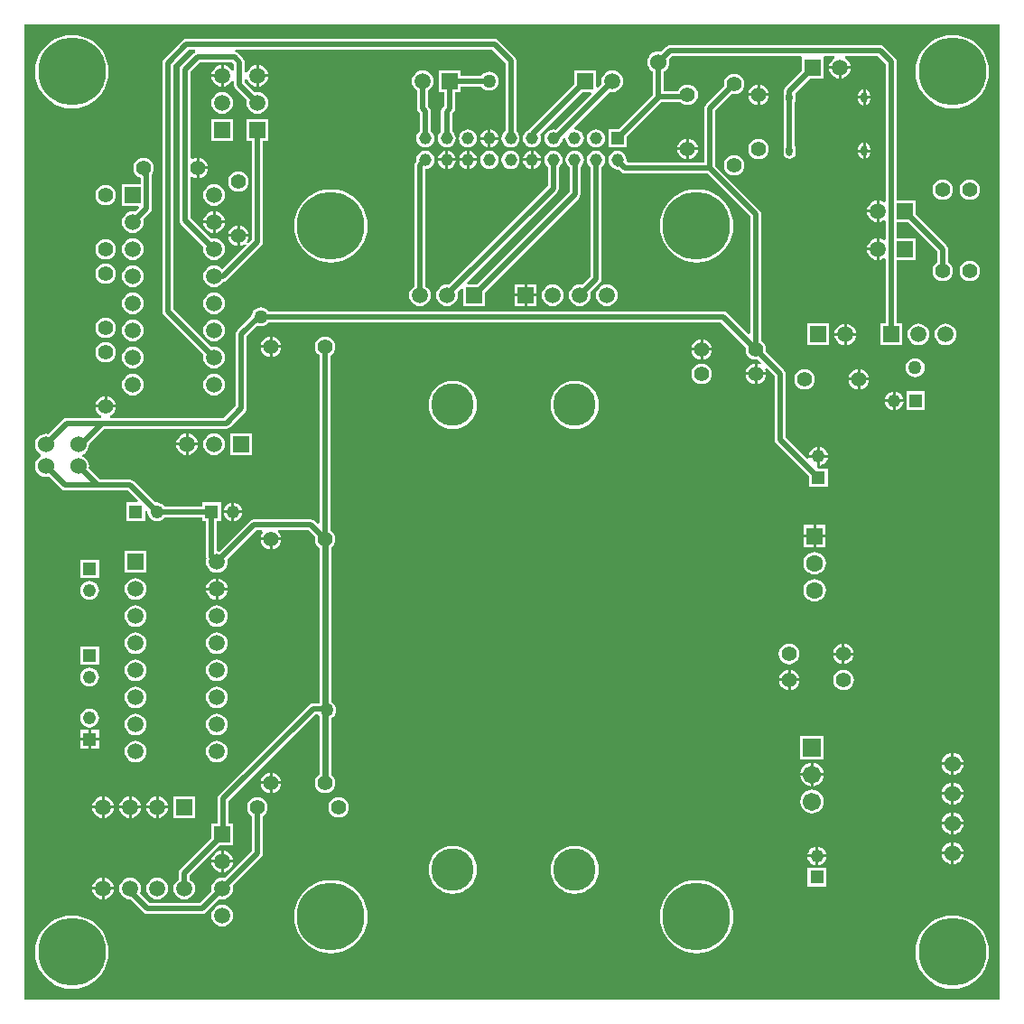
<source format=gtl>
%FSLAX23Y23*%
%MOIN*%
G70*
G01*
G75*
G04 Layer_Physical_Order=1*
G04 Layer_Color=255*
%ADD10C,0.020*%
%ADD11C,0.060*%
%ADD12R,0.049X0.049*%
%ADD13C,0.049*%
%ADD14C,0.055*%
%ADD15R,0.067X0.067*%
%ADD16C,0.067*%
%ADD17R,0.063X0.063*%
%ADD18C,0.063*%
%ADD19R,0.049X0.049*%
%ADD20C,0.059*%
%ADD21R,0.059X0.059*%
%ADD22C,0.059*%
%ADD23R,0.059X0.059*%
%ADD24R,0.059X0.059*%
%ADD25C,0.250*%
%ADD26C,0.157*%
%ADD27R,0.046X0.046*%
%ADD28C,0.046*%
%ADD29O,0.024X0.039*%
%ADD30C,0.050*%
G36*
X4601Y999D02*
X1001D01*
Y4599D01*
X4601D01*
Y999D01*
D02*
G37*
%LPC*%
G36*
X4018Y2270D02*
X3986D01*
X3986Y2265D01*
X3990Y2256D01*
X3996Y2248D01*
X4004Y2242D01*
X4013Y2238D01*
X4018Y2238D01*
Y2270D01*
D02*
G37*
G36*
X4060D02*
X4028D01*
Y2238D01*
X4033Y2238D01*
X4042Y2242D01*
X4050Y2248D01*
X4056Y2256D01*
X4060Y2265D01*
X4060Y2270D01*
D02*
G37*
G36*
X1411Y2354D02*
X1401Y2353D01*
X1391Y2349D01*
X1383Y2342D01*
X1376Y2334D01*
X1372Y2324D01*
X1371Y2314D01*
X1372Y2304D01*
X1376Y2294D01*
X1383Y2286D01*
X1391Y2279D01*
X1401Y2275D01*
X1411Y2274D01*
X1421Y2275D01*
X1431Y2279D01*
X1439Y2286D01*
X1446Y2294D01*
X1450Y2304D01*
X1451Y2314D01*
X1450Y2324D01*
X1446Y2334D01*
X1439Y2342D01*
X1431Y2349D01*
X1421Y2353D01*
X1411Y2354D01*
D02*
G37*
G36*
X3823Y2313D02*
X3813Y2312D01*
X3804Y2308D01*
X3796Y2302D01*
X3790Y2294D01*
X3786Y2285D01*
X3785Y2275D01*
X3786Y2265D01*
X3790Y2256D01*
X3796Y2248D01*
X3804Y2242D01*
X3813Y2238D01*
X3823Y2237D01*
X3833Y2238D01*
X3842Y2242D01*
X3850Y2248D01*
X3856Y2256D01*
X3860Y2265D01*
X3861Y2275D01*
X3860Y2285D01*
X3856Y2294D01*
X3850Y2302D01*
X3842Y2308D01*
X3833Y2312D01*
X3823Y2313D01*
D02*
G37*
G36*
X3820Y2216D02*
X3815Y2216D01*
X3806Y2212D01*
X3798Y2206D01*
X3792Y2198D01*
X3788Y2189D01*
X3788Y2184D01*
X3820D01*
Y2216D01*
D02*
G37*
G36*
X3830D02*
Y2184D01*
X3862D01*
X3862Y2189D01*
X3858Y2198D01*
X3852Y2206D01*
X3844Y2212D01*
X3835Y2216D01*
X3830Y2216D01*
D02*
G37*
G36*
X1276Y2303D02*
X1206D01*
Y2234D01*
X1276D01*
Y2303D01*
D02*
G37*
G36*
X1711Y2354D02*
X1701Y2353D01*
X1691Y2349D01*
X1683Y2342D01*
X1676Y2334D01*
X1672Y2324D01*
X1671Y2314D01*
X1672Y2304D01*
X1676Y2294D01*
X1683Y2286D01*
X1691Y2279D01*
X1701Y2275D01*
X1711Y2274D01*
X1721Y2275D01*
X1731Y2279D01*
X1739Y2286D01*
X1746Y2294D01*
X1750Y2304D01*
X1751Y2314D01*
X1750Y2324D01*
X1746Y2334D01*
X1739Y2342D01*
X1731Y2349D01*
X1721Y2353D01*
X1711Y2354D01*
D02*
G37*
G36*
X3918Y2552D02*
X3907Y2550D01*
X3897Y2546D01*
X3888Y2540D01*
X3882Y2531D01*
X3878Y2521D01*
X3876Y2510D01*
X3878Y2499D01*
X3882Y2489D01*
X3888Y2480D01*
X3897Y2474D01*
X3907Y2470D01*
X3918Y2468D01*
X3929Y2470D01*
X3939Y2474D01*
X3948Y2480D01*
X3954Y2489D01*
X3958Y2499D01*
X3960Y2510D01*
X3958Y2521D01*
X3954Y2531D01*
X3948Y2540D01*
X3939Y2546D01*
X3929Y2550D01*
X3918Y2552D01*
D02*
G37*
G36*
X1411Y2554D02*
X1401Y2553D01*
X1391Y2549D01*
X1383Y2542D01*
X1376Y2534D01*
X1372Y2524D01*
X1371Y2514D01*
X1372Y2504D01*
X1376Y2494D01*
X1383Y2486D01*
X1391Y2479D01*
X1401Y2475D01*
X1411Y2474D01*
X1421Y2475D01*
X1431Y2479D01*
X1439Y2486D01*
X1446Y2494D01*
X1450Y2504D01*
X1451Y2514D01*
X1450Y2524D01*
X1446Y2534D01*
X1439Y2542D01*
X1431Y2549D01*
X1421Y2553D01*
X1411Y2554D01*
D02*
G37*
G36*
X1241Y2545D02*
X1232Y2543D01*
X1224Y2540D01*
X1216Y2534D01*
X1211Y2527D01*
X1207Y2519D01*
X1206Y2510D01*
X1207Y2501D01*
X1211Y2492D01*
X1216Y2485D01*
X1224Y2479D01*
X1232Y2476D01*
X1241Y2475D01*
X1250Y2476D01*
X1258Y2479D01*
X1266Y2485D01*
X1271Y2492D01*
X1275Y2501D01*
X1276Y2510D01*
X1275Y2519D01*
X1271Y2527D01*
X1266Y2534D01*
X1258Y2540D01*
X1250Y2543D01*
X1241Y2545D01*
D02*
G37*
G36*
X1711Y2454D02*
X1701Y2453D01*
X1691Y2449D01*
X1683Y2442D01*
X1676Y2434D01*
X1672Y2424D01*
X1671Y2414D01*
X1672Y2404D01*
X1676Y2394D01*
X1683Y2386D01*
X1691Y2379D01*
X1701Y2375D01*
X1711Y2374D01*
X1721Y2375D01*
X1731Y2379D01*
X1739Y2386D01*
X1746Y2394D01*
X1750Y2404D01*
X1751Y2414D01*
X1750Y2424D01*
X1746Y2434D01*
X1739Y2442D01*
X1731Y2449D01*
X1721Y2453D01*
X1711Y2454D01*
D02*
G37*
G36*
X4018Y2312D02*
X4013Y2312D01*
X4004Y2308D01*
X3996Y2302D01*
X3990Y2294D01*
X3986Y2285D01*
X3986Y2280D01*
X4018D01*
Y2312D01*
D02*
G37*
G36*
X4028D02*
Y2280D01*
X4060D01*
X4060Y2285D01*
X4056Y2294D01*
X4050Y2302D01*
X4042Y2308D01*
X4033Y2312D01*
X4028Y2312D01*
D02*
G37*
G36*
X1411Y2454D02*
X1401Y2453D01*
X1391Y2449D01*
X1383Y2442D01*
X1376Y2434D01*
X1372Y2424D01*
X1371Y2414D01*
X1372Y2404D01*
X1376Y2394D01*
X1383Y2386D01*
X1391Y2379D01*
X1401Y2375D01*
X1411Y2374D01*
X1421Y2375D01*
X1431Y2379D01*
X1439Y2386D01*
X1446Y2394D01*
X1450Y2404D01*
X1451Y2414D01*
X1450Y2424D01*
X1446Y2434D01*
X1439Y2442D01*
X1431Y2449D01*
X1421Y2453D01*
X1411Y2454D01*
D02*
G37*
G36*
X1711Y2254D02*
X1701Y2253D01*
X1691Y2249D01*
X1683Y2242D01*
X1676Y2234D01*
X1672Y2224D01*
X1671Y2214D01*
X1672Y2204D01*
X1676Y2194D01*
X1683Y2186D01*
X1691Y2179D01*
X1701Y2175D01*
X1711Y2174D01*
X1721Y2175D01*
X1731Y2179D01*
X1739Y2186D01*
X1746Y2194D01*
X1750Y2204D01*
X1751Y2214D01*
X1750Y2224D01*
X1746Y2234D01*
X1739Y2242D01*
X1731Y2249D01*
X1721Y2253D01*
X1711Y2254D01*
D02*
G37*
G36*
X1276Y1994D02*
X1246D01*
Y1965D01*
X1276D01*
Y1994D01*
D02*
G37*
G36*
X1411Y2054D02*
X1401Y2053D01*
X1391Y2049D01*
X1383Y2042D01*
X1376Y2034D01*
X1372Y2024D01*
X1371Y2014D01*
X1372Y2004D01*
X1376Y1994D01*
X1383Y1986D01*
X1391Y1979D01*
X1401Y1975D01*
X1411Y1974D01*
X1421Y1975D01*
X1431Y1979D01*
X1439Y1986D01*
X1446Y1994D01*
X1450Y2004D01*
X1451Y2014D01*
X1450Y2024D01*
X1446Y2034D01*
X1439Y2042D01*
X1431Y2049D01*
X1421Y2053D01*
X1411Y2054D01*
D02*
G37*
G36*
X1711D02*
X1701Y2053D01*
X1691Y2049D01*
X1683Y2042D01*
X1676Y2034D01*
X1672Y2024D01*
X1671Y2014D01*
X1672Y2004D01*
X1676Y1994D01*
X1683Y1986D01*
X1691Y1979D01*
X1701Y1975D01*
X1711Y1974D01*
X1721Y1975D01*
X1731Y1979D01*
X1739Y1986D01*
X1746Y1994D01*
X1750Y2004D01*
X1751Y2014D01*
X1750Y2024D01*
X1746Y2034D01*
X1739Y2042D01*
X1731Y2049D01*
X1721Y2053D01*
X1711Y2054D01*
D02*
G37*
G36*
X1236Y1994D02*
X1206D01*
Y1965D01*
X1236D01*
Y1994D01*
D02*
G37*
G36*
X3951Y1973D02*
X3865D01*
Y1887D01*
X3951D01*
Y1973D01*
D02*
G37*
G36*
X1236Y1955D02*
X1206D01*
Y1925D01*
X1236D01*
Y1955D01*
D02*
G37*
G36*
X1276D02*
X1246D01*
Y1925D01*
X1276D01*
Y1955D01*
D02*
G37*
G36*
X1241Y2073D02*
X1232Y2072D01*
X1224Y2069D01*
X1216Y2063D01*
X1211Y2056D01*
X1207Y2047D01*
X1206Y2038D01*
X1207Y2029D01*
X1211Y2021D01*
X1216Y2014D01*
X1224Y2008D01*
X1232Y2005D01*
X1241Y2003D01*
X1250Y2005D01*
X1258Y2008D01*
X1266Y2014D01*
X1271Y2021D01*
X1275Y2029D01*
X1276Y2038D01*
X1275Y2047D01*
X1271Y2056D01*
X1266Y2063D01*
X1258Y2069D01*
X1250Y2072D01*
X1241Y2073D01*
D02*
G37*
G36*
X3862Y2174D02*
X3830D01*
Y2142D01*
X3835Y2142D01*
X3844Y2146D01*
X3852Y2152D01*
X3858Y2160D01*
X3862Y2169D01*
X3862Y2174D01*
D02*
G37*
G36*
X1241Y2225D02*
X1232Y2223D01*
X1224Y2220D01*
X1216Y2214D01*
X1211Y2207D01*
X1207Y2199D01*
X1206Y2190D01*
X1207Y2181D01*
X1211Y2172D01*
X1216Y2165D01*
X1224Y2159D01*
X1232Y2156D01*
X1241Y2155D01*
X1250Y2156D01*
X1258Y2159D01*
X1266Y2165D01*
X1271Y2172D01*
X1275Y2181D01*
X1276Y2190D01*
X1275Y2199D01*
X1271Y2207D01*
X1266Y2214D01*
X1258Y2220D01*
X1250Y2223D01*
X1241Y2225D01*
D02*
G37*
G36*
X1411Y2254D02*
X1401Y2253D01*
X1391Y2249D01*
X1383Y2242D01*
X1376Y2234D01*
X1372Y2224D01*
X1371Y2214D01*
X1372Y2204D01*
X1376Y2194D01*
X1383Y2186D01*
X1391Y2179D01*
X1401Y2175D01*
X1411Y2174D01*
X1421Y2175D01*
X1431Y2179D01*
X1439Y2186D01*
X1446Y2194D01*
X1450Y2204D01*
X1451Y2214D01*
X1450Y2224D01*
X1446Y2234D01*
X1439Y2242D01*
X1431Y2249D01*
X1421Y2253D01*
X1411Y2254D01*
D02*
G37*
G36*
X3820Y2174D02*
X3788D01*
X3788Y2169D01*
X3792Y2160D01*
X3798Y2152D01*
X3806Y2146D01*
X3815Y2142D01*
X3820Y2142D01*
Y2174D01*
D02*
G37*
G36*
X1411Y2154D02*
X1401Y2153D01*
X1391Y2149D01*
X1383Y2142D01*
X1376Y2134D01*
X1372Y2124D01*
X1371Y2114D01*
X1372Y2104D01*
X1376Y2094D01*
X1383Y2086D01*
X1391Y2079D01*
X1401Y2075D01*
X1411Y2074D01*
X1421Y2075D01*
X1431Y2079D01*
X1439Y2086D01*
X1446Y2094D01*
X1450Y2104D01*
X1451Y2114D01*
X1450Y2124D01*
X1446Y2134D01*
X1439Y2142D01*
X1431Y2149D01*
X1421Y2153D01*
X1411Y2154D01*
D02*
G37*
G36*
X1711D02*
X1701Y2153D01*
X1691Y2149D01*
X1683Y2142D01*
X1676Y2134D01*
X1672Y2124D01*
X1671Y2114D01*
X1672Y2104D01*
X1676Y2094D01*
X1683Y2086D01*
X1691Y2079D01*
X1701Y2075D01*
X1711Y2074D01*
X1721Y2075D01*
X1731Y2079D01*
X1739Y2086D01*
X1746Y2094D01*
X1750Y2104D01*
X1751Y2114D01*
X1750Y2124D01*
X1746Y2134D01*
X1739Y2142D01*
X1731Y2149D01*
X1721Y2153D01*
X1711Y2154D01*
D02*
G37*
G36*
X4025Y2217D02*
X4015Y2216D01*
X4006Y2212D01*
X3998Y2206D01*
X3992Y2198D01*
X3988Y2189D01*
X3987Y2179D01*
X3988Y2169D01*
X3992Y2160D01*
X3998Y2152D01*
X4006Y2146D01*
X4015Y2142D01*
X4025Y2141D01*
X4035Y2142D01*
X4044Y2146D01*
X4052Y2152D01*
X4058Y2160D01*
X4062Y2169D01*
X4063Y2179D01*
X4062Y2189D01*
X4058Y2198D01*
X4052Y2206D01*
X4044Y2212D01*
X4035Y2216D01*
X4025Y2217D01*
D02*
G37*
G36*
X1706Y2509D02*
X1672D01*
X1672Y2504D01*
X1676Y2494D01*
X1683Y2486D01*
X1691Y2479D01*
X1701Y2475D01*
X1706Y2475D01*
Y2509D01*
D02*
G37*
G36*
X1841Y3089D02*
X1761D01*
Y3009D01*
X1841D01*
Y3089D01*
D02*
G37*
G36*
X1596Y3044D02*
X1562D01*
X1562Y3039D01*
X1566Y3029D01*
X1573Y3021D01*
X1581Y3014D01*
X1591Y3010D01*
X1596Y3010D01*
Y3044D01*
D02*
G37*
G36*
X1640D02*
X1606D01*
Y3010D01*
X1611Y3010D01*
X1621Y3014D01*
X1629Y3021D01*
X1636Y3029D01*
X1640Y3039D01*
X1640Y3044D01*
D02*
G37*
G36*
X3937Y3039D02*
Y3009D01*
X3966D01*
X3966Y3013D01*
X3962Y3022D01*
X3957Y3029D01*
X3949Y3035D01*
X3941Y3038D01*
X3937Y3039D01*
D02*
G37*
G36*
X3966Y2999D02*
X3937D01*
Y2970D01*
X3941Y2971D01*
X3949Y2974D01*
X3957Y2980D01*
X3962Y2987D01*
X3966Y2995D01*
X3966Y2999D01*
D02*
G37*
G36*
X1701Y3089D02*
X1691Y3088D01*
X1681Y3084D01*
X1673Y3077D01*
X1666Y3069D01*
X1662Y3059D01*
X1661Y3049D01*
X1662Y3039D01*
X1666Y3029D01*
X1673Y3021D01*
X1681Y3014D01*
X1691Y3010D01*
X1701Y3009D01*
X1711Y3010D01*
X1721Y3014D01*
X1729Y3021D01*
X1736Y3029D01*
X1740Y3039D01*
X1741Y3049D01*
X1740Y3059D01*
X1736Y3069D01*
X1729Y3077D01*
X1721Y3084D01*
X1711Y3088D01*
X1701Y3089D01*
D02*
G37*
G36*
X3927Y3039D02*
X3923Y3038D01*
X3915Y3035D01*
X3907Y3029D01*
X3902Y3022D01*
X3898Y3013D01*
X3898Y3009D01*
X3927D01*
Y3039D01*
D02*
G37*
G36*
X1596Y3088D02*
X1591Y3088D01*
X1581Y3084D01*
X1573Y3077D01*
X1566Y3069D01*
X1562Y3059D01*
X1562Y3054D01*
X1596D01*
Y3088D01*
D02*
G37*
G36*
X4207Y3204D02*
X4177D01*
X4178Y3200D01*
X4181Y3192D01*
X4187Y3184D01*
X4194Y3179D01*
X4203Y3175D01*
X4207Y3175D01*
Y3204D01*
D02*
G37*
G36*
X4246D02*
X4217D01*
Y3175D01*
X4221Y3175D01*
X4229Y3179D01*
X4236Y3184D01*
X4242Y3192D01*
X4245Y3200D01*
X4246Y3204D01*
D02*
G37*
G36*
X1296Y3226D02*
X1291Y3226D01*
X1282Y3222D01*
X1274Y3216D01*
X1268Y3208D01*
X1264Y3199D01*
X1264Y3194D01*
X1296D01*
Y3226D01*
D02*
G37*
G36*
X4325Y3244D02*
X4256D01*
Y3174D01*
X4325D01*
Y3244D01*
D02*
G37*
G36*
X1606Y3088D02*
Y3054D01*
X1640D01*
X1640Y3059D01*
X1636Y3069D01*
X1629Y3077D01*
X1621Y3084D01*
X1611Y3088D01*
X1606Y3088D01*
D02*
G37*
G36*
X2582Y3283D02*
X2565Y3281D01*
X2548Y3276D01*
X2533Y3268D01*
X2519Y3257D01*
X2508Y3244D01*
X2500Y3228D01*
X2495Y3211D01*
X2493Y3194D01*
X2495Y3177D01*
X2500Y3160D01*
X2508Y3144D01*
X2519Y3131D01*
X2533Y3120D01*
X2548Y3112D01*
X2565Y3107D01*
X2582Y3105D01*
X2600Y3107D01*
X2617Y3112D01*
X2632Y3120D01*
X2646Y3131D01*
X2657Y3144D01*
X2665Y3160D01*
X2670Y3177D01*
X2672Y3194D01*
X2670Y3211D01*
X2665Y3228D01*
X2657Y3244D01*
X2646Y3257D01*
X2632Y3268D01*
X2617Y3276D01*
X2600Y3281D01*
X2582Y3283D01*
D02*
G37*
G36*
X3032D02*
X3015Y3281D01*
X2998Y3276D01*
X2983Y3268D01*
X2969Y3257D01*
X2958Y3244D01*
X2950Y3228D01*
X2945Y3211D01*
X2943Y3194D01*
X2945Y3177D01*
X2950Y3160D01*
X2958Y3144D01*
X2969Y3131D01*
X2983Y3120D01*
X2998Y3112D01*
X3015Y3107D01*
X3032Y3105D01*
X3050Y3107D01*
X3067Y3112D01*
X3082Y3120D01*
X3096Y3131D01*
X3107Y3144D01*
X3115Y3160D01*
X3120Y3177D01*
X3122Y3194D01*
X3120Y3211D01*
X3115Y3228D01*
X3107Y3244D01*
X3096Y3257D01*
X3082Y3268D01*
X3067Y3276D01*
X3050Y3281D01*
X3032Y3283D01*
D02*
G37*
G36*
X1775Y2833D02*
Y2804D01*
X1805D01*
X1804Y2808D01*
X1801Y2816D01*
X1795Y2824D01*
X1788Y2829D01*
X1779Y2833D01*
X1775Y2833D01*
D02*
G37*
G36*
X3918Y2652D02*
X3907Y2650D01*
X3897Y2646D01*
X3888Y2640D01*
X3882Y2631D01*
X3878Y2621D01*
X3876Y2610D01*
X3878Y2599D01*
X3882Y2589D01*
X3888Y2580D01*
X3897Y2574D01*
X3907Y2570D01*
X3918Y2568D01*
X3929Y2570D01*
X3939Y2574D01*
X3948Y2580D01*
X3954Y2589D01*
X3958Y2599D01*
X3960Y2610D01*
X3958Y2621D01*
X3954Y2631D01*
X3948Y2640D01*
X3939Y2646D01*
X3929Y2650D01*
X3918Y2652D01*
D02*
G37*
G36*
X1451Y2654D02*
X1371D01*
Y2574D01*
X1451D01*
Y2654D01*
D02*
G37*
G36*
X1906Y2694D02*
X1874D01*
X1874Y2689D01*
X1878Y2680D01*
X1884Y2672D01*
X1892Y2666D01*
X1901Y2662D01*
X1906Y2662D01*
Y2694D01*
D02*
G37*
G36*
X1276Y2623D02*
X1206D01*
Y2554D01*
X1276D01*
Y2623D01*
D02*
G37*
G36*
X1750Y2509D02*
X1716D01*
Y2475D01*
X1721Y2475D01*
X1731Y2479D01*
X1739Y2486D01*
X1746Y2494D01*
X1750Y2504D01*
X1750Y2509D01*
D02*
G37*
G36*
X1706Y2553D02*
X1701Y2553D01*
X1691Y2549D01*
X1683Y2542D01*
X1676Y2534D01*
X1672Y2524D01*
X1672Y2519D01*
X1706D01*
Y2553D01*
D02*
G37*
G36*
X1716D02*
Y2519D01*
X1750D01*
X1750Y2524D01*
X1746Y2534D01*
X1739Y2542D01*
X1731Y2549D01*
X1721Y2553D01*
X1716Y2553D01*
D02*
G37*
G36*
X1948Y2694D02*
X1916D01*
Y2662D01*
X1921Y2662D01*
X1930Y2666D01*
X1938Y2672D01*
X1944Y2680D01*
X1948Y2689D01*
X1948Y2694D01*
D02*
G37*
G36*
X1765Y2794D02*
X1736D01*
X1737Y2790D01*
X1740Y2782D01*
X1746Y2774D01*
X1753Y2769D01*
X1761Y2765D01*
X1765Y2765D01*
Y2794D01*
D02*
G37*
G36*
X1805D02*
X1775D01*
Y2765D01*
X1779Y2765D01*
X1788Y2769D01*
X1795Y2774D01*
X1801Y2782D01*
X1804Y2790D01*
X1805Y2794D01*
D02*
G37*
G36*
X1765Y2833D02*
X1761Y2833D01*
X1753Y2829D01*
X1746Y2824D01*
X1740Y2816D01*
X1737Y2808D01*
X1736Y2804D01*
X1765D01*
Y2833D01*
D02*
G37*
G36*
X3959Y2751D02*
X3923D01*
Y2715D01*
X3959D01*
Y2751D01*
D02*
G37*
G36*
X3913Y2705D02*
X3877D01*
Y2669D01*
X3913D01*
Y2705D01*
D02*
G37*
G36*
X3959D02*
X3923D01*
Y2669D01*
X3959D01*
Y2705D01*
D02*
G37*
G36*
X3913Y2751D02*
X3877D01*
Y2715D01*
X3913D01*
Y2751D01*
D02*
G37*
G36*
X1726Y1548D02*
X1721Y1548D01*
X1711Y1544D01*
X1703Y1537D01*
X1696Y1529D01*
X1692Y1519D01*
X1692Y1514D01*
X1726D01*
Y1548D01*
D02*
G37*
G36*
X1736D02*
Y1514D01*
X1770D01*
X1770Y1519D01*
X1766Y1529D01*
X1759Y1537D01*
X1751Y1544D01*
X1741Y1548D01*
X1736Y1548D01*
D02*
G37*
G36*
X3921Y1564D02*
X3917Y1563D01*
X3909Y1560D01*
X3901Y1554D01*
X3896Y1547D01*
X3892Y1538D01*
X3892Y1534D01*
X3921D01*
Y1564D01*
D02*
G37*
G36*
X4467Y1534D02*
X4432D01*
Y1499D01*
X4437Y1500D01*
X4447Y1504D01*
X4456Y1510D01*
X4462Y1519D01*
X4466Y1529D01*
X4467Y1534D01*
D02*
G37*
G36*
X3921Y1524D02*
X3892D01*
X3892Y1520D01*
X3896Y1512D01*
X3901Y1505D01*
X3909Y1499D01*
X3917Y1496D01*
X3921Y1495D01*
Y1524D01*
D02*
G37*
G36*
X3960D02*
X3931D01*
Y1495D01*
X3935Y1496D01*
X3943Y1499D01*
X3951Y1505D01*
X3956Y1512D01*
X3960Y1520D01*
X3960Y1524D01*
D02*
G37*
G36*
X4422Y1534D02*
X4387D01*
X4388Y1529D01*
X4392Y1519D01*
X4398Y1510D01*
X4407Y1504D01*
X4417Y1500D01*
X4422Y1499D01*
Y1534D01*
D02*
G37*
G36*
X3931Y1564D02*
Y1534D01*
X3960D01*
X3960Y1538D01*
X3956Y1547D01*
X3951Y1554D01*
X3943Y1560D01*
X3935Y1563D01*
X3931Y1564D01*
D02*
G37*
G36*
X4422Y1689D02*
X4417Y1688D01*
X4407Y1684D01*
X4398Y1678D01*
X4392Y1669D01*
X4388Y1659D01*
X4387Y1654D01*
X4422D01*
Y1689D01*
D02*
G37*
G36*
X4432D02*
Y1654D01*
X4467D01*
X4466Y1659D01*
X4462Y1669D01*
X4456Y1678D01*
X4447Y1684D01*
X4437Y1688D01*
X4432Y1689D01*
D02*
G37*
G36*
X1631Y1749D02*
X1551D01*
Y1669D01*
X1631D01*
Y1749D01*
D02*
G37*
G36*
X4467Y1644D02*
X4432D01*
Y1609D01*
X4437Y1610D01*
X4447Y1614D01*
X4456Y1620D01*
X4462Y1629D01*
X4466Y1639D01*
X4467Y1644D01*
D02*
G37*
G36*
X4422Y1579D02*
X4417Y1578D01*
X4407Y1574D01*
X4398Y1568D01*
X4392Y1559D01*
X4388Y1549D01*
X4387Y1544D01*
X4422D01*
Y1579D01*
D02*
G37*
G36*
X4432D02*
Y1544D01*
X4467D01*
X4466Y1549D01*
X4462Y1559D01*
X4456Y1568D01*
X4447Y1574D01*
X4437Y1578D01*
X4432Y1579D01*
D02*
G37*
G36*
X4422Y1644D02*
X4387D01*
X4388Y1639D01*
X4392Y1629D01*
X4398Y1620D01*
X4407Y1614D01*
X4417Y1610D01*
X4422Y1609D01*
Y1644D01*
D02*
G37*
G36*
X1770Y1504D02*
X1736D01*
Y1470D01*
X1741Y1470D01*
X1751Y1474D01*
X1759Y1481D01*
X1766Y1489D01*
X1770Y1499D01*
X1770Y1504D01*
D02*
G37*
G36*
X1731Y1349D02*
X1721Y1348D01*
X1711Y1344D01*
X1703Y1337D01*
X1696Y1329D01*
X1692Y1319D01*
X1691Y1309D01*
X1692Y1299D01*
X1696Y1289D01*
X1703Y1281D01*
X1711Y1274D01*
X1721Y1270D01*
X1731Y1269D01*
X1741Y1270D01*
X1751Y1274D01*
X1759Y1281D01*
X1766Y1289D01*
X1770Y1299D01*
X1771Y1309D01*
X1770Y1319D01*
X1766Y1329D01*
X1759Y1337D01*
X1751Y1344D01*
X1741Y1348D01*
X1731Y1349D01*
D02*
G37*
G36*
X1491Y1449D02*
X1481Y1448D01*
X1471Y1444D01*
X1463Y1437D01*
X1456Y1429D01*
X1452Y1419D01*
X1451Y1409D01*
X1452Y1399D01*
X1456Y1389D01*
X1463Y1381D01*
X1471Y1374D01*
X1481Y1370D01*
X1491Y1369D01*
X1501Y1370D01*
X1511Y1374D01*
X1519Y1381D01*
X1526Y1389D01*
X1530Y1399D01*
X1531Y1409D01*
X1530Y1419D01*
X1526Y1429D01*
X1519Y1437D01*
X1511Y1444D01*
X1501Y1448D01*
X1491Y1449D01*
D02*
G37*
G36*
X1286Y1404D02*
X1252D01*
X1252Y1399D01*
X1256Y1389D01*
X1263Y1381D01*
X1271Y1374D01*
X1281Y1370D01*
X1286Y1370D01*
Y1404D01*
D02*
G37*
G36*
X3482Y1440D02*
X3461Y1439D01*
X3441Y1434D01*
X3421Y1426D01*
X3403Y1415D01*
X3387Y1401D01*
X3373Y1385D01*
X3362Y1366D01*
X3354Y1347D01*
X3349Y1326D01*
X3347Y1305D01*
X3349Y1284D01*
X3354Y1263D01*
X3362Y1244D01*
X3373Y1225D01*
X3387Y1209D01*
X3403Y1195D01*
X3421Y1184D01*
X3441Y1176D01*
X3461Y1171D01*
X3482Y1170D01*
X3504Y1171D01*
X3524Y1176D01*
X3544Y1184D01*
X3562Y1195D01*
X3578Y1209D01*
X3592Y1225D01*
X3603Y1244D01*
X3611Y1263D01*
X3616Y1284D01*
X3618Y1305D01*
X3616Y1326D01*
X3611Y1347D01*
X3603Y1366D01*
X3592Y1385D01*
X3578Y1401D01*
X3562Y1415D01*
X3544Y1426D01*
X3524Y1434D01*
X3504Y1439D01*
X3482Y1440D01*
D02*
G37*
G36*
X1176Y1309D02*
X1155Y1308D01*
X1134Y1303D01*
X1115Y1295D01*
X1096Y1284D01*
X1080Y1270D01*
X1066Y1254D01*
X1055Y1235D01*
X1047Y1216D01*
X1042Y1195D01*
X1041Y1174D01*
X1042Y1153D01*
X1047Y1132D01*
X1055Y1113D01*
X1066Y1094D01*
X1080Y1078D01*
X1096Y1064D01*
X1115Y1053D01*
X1134Y1045D01*
X1155Y1040D01*
X1176Y1039D01*
X1197Y1040D01*
X1218Y1045D01*
X1237Y1053D01*
X1256Y1064D01*
X1272Y1078D01*
X1286Y1094D01*
X1297Y1113D01*
X1305Y1132D01*
X1310Y1153D01*
X1311Y1174D01*
X1310Y1195D01*
X1305Y1216D01*
X1297Y1235D01*
X1286Y1254D01*
X1272Y1270D01*
X1256Y1284D01*
X1237Y1295D01*
X1218Y1303D01*
X1197Y1308D01*
X1176Y1309D01*
D02*
G37*
G36*
X4426D02*
X4405Y1308D01*
X4384Y1303D01*
X4365Y1295D01*
X4346Y1284D01*
X4330Y1270D01*
X4316Y1254D01*
X4305Y1235D01*
X4297Y1216D01*
X4292Y1195D01*
X4291Y1174D01*
X4292Y1153D01*
X4297Y1132D01*
X4305Y1113D01*
X4316Y1094D01*
X4330Y1078D01*
X4346Y1064D01*
X4365Y1053D01*
X4384Y1045D01*
X4405Y1040D01*
X4426Y1039D01*
X4447Y1040D01*
X4468Y1045D01*
X4487Y1053D01*
X4506Y1064D01*
X4522Y1078D01*
X4536Y1094D01*
X4547Y1113D01*
X4555Y1132D01*
X4560Y1153D01*
X4561Y1174D01*
X4560Y1195D01*
X4555Y1216D01*
X4547Y1235D01*
X4536Y1254D01*
X4522Y1270D01*
X4506Y1284D01*
X4487Y1295D01*
X4468Y1303D01*
X4447Y1308D01*
X4426Y1309D01*
D02*
G37*
G36*
X2132Y1440D02*
X2111Y1439D01*
X2091Y1434D01*
X2071Y1426D01*
X2053Y1415D01*
X2037Y1401D01*
X2023Y1385D01*
X2012Y1366D01*
X2004Y1347D01*
X1999Y1326D01*
X1997Y1305D01*
X1999Y1284D01*
X2004Y1263D01*
X2012Y1244D01*
X2023Y1225D01*
X2037Y1209D01*
X2053Y1195D01*
X2071Y1184D01*
X2091Y1176D01*
X2111Y1171D01*
X2132Y1170D01*
X2154Y1171D01*
X2174Y1176D01*
X2194Y1184D01*
X2212Y1195D01*
X2228Y1209D01*
X2242Y1225D01*
X2253Y1244D01*
X2261Y1263D01*
X2266Y1284D01*
X2268Y1305D01*
X2266Y1326D01*
X2261Y1347D01*
X2253Y1366D01*
X2242Y1385D01*
X2228Y1401D01*
X2212Y1415D01*
X2194Y1426D01*
X2174Y1434D01*
X2154Y1439D01*
X2132Y1440D01*
D02*
G37*
G36*
X1330Y1404D02*
X1296D01*
Y1370D01*
X1301Y1370D01*
X1311Y1374D01*
X1319Y1381D01*
X1326Y1389D01*
X1330Y1399D01*
X1330Y1404D01*
D02*
G37*
G36*
X3961Y1485D02*
X3891D01*
Y1416D01*
X3961D01*
Y1485D01*
D02*
G37*
G36*
X1861Y1747D02*
X1851Y1746D01*
X1842Y1742D01*
X1834Y1736D01*
X1828Y1728D01*
X1824Y1719D01*
X1823Y1709D01*
X1824Y1699D01*
X1828Y1690D01*
X1834Y1682D01*
X1841Y1677D01*
Y1547D01*
X1741Y1448D01*
X1731Y1449D01*
X1721Y1448D01*
X1711Y1444D01*
X1703Y1437D01*
X1696Y1429D01*
X1692Y1419D01*
X1691Y1409D01*
X1692Y1399D01*
X1649Y1355D01*
X1463D01*
X1427Y1392D01*
X1430Y1399D01*
X1431Y1409D01*
X1430Y1419D01*
X1426Y1429D01*
X1419Y1437D01*
X1411Y1444D01*
X1401Y1448D01*
X1391Y1449D01*
X1381Y1448D01*
X1371Y1444D01*
X1363Y1437D01*
X1356Y1429D01*
X1352Y1419D01*
X1351Y1409D01*
X1352Y1399D01*
X1356Y1389D01*
X1363Y1381D01*
X1371Y1374D01*
X1381Y1370D01*
X1391Y1369D01*
X1392Y1369D01*
X1441Y1321D01*
X1447Y1316D01*
X1455Y1315D01*
X1657D01*
X1665Y1316D01*
X1671Y1321D01*
X1721Y1370D01*
X1731Y1369D01*
X1741Y1370D01*
X1751Y1374D01*
X1759Y1381D01*
X1766Y1389D01*
X1770Y1399D01*
X1771Y1409D01*
X1770Y1419D01*
X1875Y1525D01*
X1880Y1531D01*
X1881Y1539D01*
X1881Y1539D01*
Y1677D01*
X1888Y1682D01*
X1894Y1690D01*
X1898Y1699D01*
X1899Y1709D01*
X1898Y1719D01*
X1894Y1728D01*
X1888Y1736D01*
X1880Y1742D01*
X1871Y1746D01*
X1861Y1747D01*
D02*
G37*
G36*
X1726Y1504D02*
X1692D01*
X1692Y1499D01*
X1696Y1489D01*
X1703Y1481D01*
X1711Y1474D01*
X1721Y1470D01*
X1726Y1470D01*
Y1504D01*
D02*
G37*
G36*
X1296Y1448D02*
Y1414D01*
X1330D01*
X1330Y1419D01*
X1326Y1429D01*
X1319Y1437D01*
X1311Y1444D01*
X1301Y1448D01*
X1296Y1448D01*
D02*
G37*
G36*
X2582Y1567D02*
X2565Y1565D01*
X2548Y1560D01*
X2533Y1552D01*
X2519Y1541D01*
X2508Y1528D01*
X2500Y1512D01*
X2495Y1495D01*
X2493Y1478D01*
X2495Y1461D01*
X2500Y1444D01*
X2508Y1428D01*
X2519Y1415D01*
X2533Y1404D01*
X2548Y1396D01*
X2565Y1391D01*
X2582Y1389D01*
X2600Y1391D01*
X2617Y1396D01*
X2632Y1404D01*
X2646Y1415D01*
X2657Y1428D01*
X2665Y1444D01*
X2670Y1461D01*
X2672Y1478D01*
X2670Y1495D01*
X2665Y1512D01*
X2657Y1528D01*
X2646Y1541D01*
X2632Y1552D01*
X2617Y1560D01*
X2600Y1565D01*
X2582Y1567D01*
D02*
G37*
G36*
X3032D02*
X3015Y1565D01*
X2998Y1560D01*
X2983Y1552D01*
X2969Y1541D01*
X2958Y1528D01*
X2950Y1512D01*
X2945Y1495D01*
X2943Y1478D01*
X2945Y1461D01*
X2950Y1444D01*
X2958Y1428D01*
X2969Y1415D01*
X2983Y1404D01*
X2998Y1396D01*
X3015Y1391D01*
X3032Y1389D01*
X3050Y1391D01*
X3067Y1396D01*
X3082Y1404D01*
X3096Y1415D01*
X3107Y1428D01*
X3115Y1444D01*
X3120Y1461D01*
X3122Y1478D01*
X3120Y1495D01*
X3115Y1512D01*
X3107Y1528D01*
X3096Y1541D01*
X3082Y1552D01*
X3067Y1560D01*
X3050Y1565D01*
X3032Y1567D01*
D02*
G37*
G36*
X1286Y1448D02*
X1281Y1448D01*
X1271Y1444D01*
X1263Y1437D01*
X1256Y1429D01*
X1252Y1419D01*
X1252Y1414D01*
X1286D01*
Y1448D01*
D02*
G37*
G36*
Y1704D02*
X1252D01*
X1252Y1699D01*
X1256Y1689D01*
X1263Y1681D01*
X1271Y1674D01*
X1281Y1670D01*
X1286Y1670D01*
Y1704D01*
D02*
G37*
G36*
X3951Y1825D02*
X3913D01*
Y1787D01*
X3919Y1788D01*
X3930Y1792D01*
X3939Y1799D01*
X3946Y1808D01*
X3950Y1819D01*
X3951Y1825D01*
D02*
G37*
G36*
X1906Y1836D02*
X1901Y1836D01*
X1892Y1832D01*
X1884Y1826D01*
X1878Y1818D01*
X1874Y1809D01*
X1874Y1804D01*
X1906D01*
Y1836D01*
D02*
G37*
G36*
X1916D02*
Y1804D01*
X1948D01*
X1948Y1809D01*
X1944Y1818D01*
X1938Y1826D01*
X1930Y1832D01*
X1921Y1836D01*
X1916Y1836D01*
D02*
G37*
G36*
X3903Y1825D02*
X3865D01*
X3866Y1819D01*
X3870Y1808D01*
X3877Y1799D01*
X3886Y1792D01*
X3897Y1788D01*
X3903Y1787D01*
Y1825D01*
D02*
G37*
G36*
X1948Y1794D02*
X1916D01*
Y1762D01*
X1921Y1762D01*
X1930Y1766D01*
X1938Y1772D01*
X1944Y1780D01*
X1948Y1789D01*
X1948Y1794D01*
D02*
G37*
G36*
X4422Y1799D02*
X4417Y1798D01*
X4407Y1794D01*
X4398Y1788D01*
X4392Y1779D01*
X4388Y1769D01*
X4387Y1764D01*
X4422D01*
Y1799D01*
D02*
G37*
G36*
X4432D02*
Y1764D01*
X4467D01*
X4466Y1769D01*
X4462Y1779D01*
X4456Y1788D01*
X4447Y1794D01*
X4437Y1798D01*
X4432Y1799D01*
D02*
G37*
G36*
X4422Y1864D02*
X4387D01*
X4388Y1859D01*
X4392Y1849D01*
X4398Y1840D01*
X4407Y1834D01*
X4417Y1830D01*
X4422Y1829D01*
Y1864D01*
D02*
G37*
G36*
X4432Y1909D02*
Y1874D01*
X4467D01*
X4466Y1879D01*
X4462Y1889D01*
X4456Y1898D01*
X4447Y1904D01*
X4437Y1908D01*
X4432Y1909D01*
D02*
G37*
G36*
X1411Y1954D02*
X1401Y1953D01*
X1391Y1949D01*
X1383Y1942D01*
X1376Y1934D01*
X1372Y1924D01*
X1371Y1914D01*
X1372Y1904D01*
X1376Y1894D01*
X1383Y1886D01*
X1391Y1879D01*
X1401Y1875D01*
X1411Y1874D01*
X1421Y1875D01*
X1431Y1879D01*
X1439Y1886D01*
X1446Y1894D01*
X1450Y1904D01*
X1451Y1914D01*
X1450Y1924D01*
X1446Y1934D01*
X1439Y1942D01*
X1431Y1949D01*
X1421Y1953D01*
X1411Y1954D01*
D02*
G37*
G36*
X1711D02*
X1701Y1953D01*
X1691Y1949D01*
X1683Y1942D01*
X1676Y1934D01*
X1672Y1924D01*
X1671Y1914D01*
X1672Y1904D01*
X1676Y1894D01*
X1683Y1886D01*
X1691Y1879D01*
X1701Y1875D01*
X1711Y1874D01*
X1721Y1875D01*
X1731Y1879D01*
X1739Y1886D01*
X1746Y1894D01*
X1750Y1904D01*
X1751Y1914D01*
X1750Y1924D01*
X1746Y1934D01*
X1739Y1942D01*
X1731Y1949D01*
X1721Y1953D01*
X1711Y1954D01*
D02*
G37*
G36*
X4422Y1909D02*
X4417Y1908D01*
X4407Y1904D01*
X4398Y1898D01*
X4392Y1889D01*
X4388Y1879D01*
X4387Y1874D01*
X4422D01*
Y1909D01*
D02*
G37*
G36*
X4467Y1864D02*
X4432D01*
Y1829D01*
X4437Y1830D01*
X4447Y1834D01*
X4456Y1840D01*
X4462Y1849D01*
X4466Y1859D01*
X4467Y1864D01*
D02*
G37*
G36*
X3903Y1873D02*
X3897Y1872D01*
X3886Y1868D01*
X3877Y1861D01*
X3870Y1852D01*
X3866Y1841D01*
X3865Y1835D01*
X3903D01*
Y1873D01*
D02*
G37*
G36*
X3913D02*
Y1835D01*
X3951D01*
X3950Y1841D01*
X3946Y1852D01*
X3939Y1861D01*
X3930Y1868D01*
X3919Y1872D01*
X3913Y1873D01*
D02*
G37*
G36*
X1906Y1794D02*
X1874D01*
X1874Y1789D01*
X1878Y1780D01*
X1884Y1772D01*
X1892Y1766D01*
X1901Y1762D01*
X1906Y1762D01*
Y1794D01*
D02*
G37*
G36*
X1530Y1704D02*
X1496D01*
Y1670D01*
X1501Y1670D01*
X1511Y1674D01*
X1519Y1681D01*
X1526Y1689D01*
X1530Y1699D01*
X1530Y1704D01*
D02*
G37*
G36*
X2161Y1747D02*
X2151Y1746D01*
X2142Y1742D01*
X2134Y1736D01*
X2128Y1728D01*
X2124Y1719D01*
X2123Y1709D01*
X2124Y1699D01*
X2128Y1690D01*
X2134Y1682D01*
X2142Y1676D01*
X2151Y1672D01*
X2161Y1671D01*
X2171Y1672D01*
X2180Y1676D01*
X2188Y1682D01*
X2194Y1690D01*
X2198Y1699D01*
X2199Y1709D01*
X2198Y1719D01*
X2194Y1728D01*
X2188Y1736D01*
X2180Y1742D01*
X2171Y1746D01*
X2161Y1747D01*
D02*
G37*
G36*
X3908Y1774D02*
X3897Y1772D01*
X3886Y1768D01*
X3877Y1761D01*
X3870Y1752D01*
X3866Y1741D01*
X3864Y1730D01*
X3866Y1719D01*
X3870Y1708D01*
X3877Y1699D01*
X3886Y1692D01*
X3897Y1688D01*
X3908Y1686D01*
X3919Y1688D01*
X3930Y1692D01*
X3939Y1699D01*
X3946Y1708D01*
X3950Y1719D01*
X3952Y1730D01*
X3950Y1741D01*
X3946Y1752D01*
X3939Y1761D01*
X3930Y1768D01*
X3919Y1772D01*
X3908Y1774D01*
D02*
G37*
G36*
X1486Y1704D02*
X1452D01*
X1452Y1699D01*
X1456Y1689D01*
X1463Y1681D01*
X1471Y1674D01*
X1481Y1670D01*
X1486Y1670D01*
Y1704D01*
D02*
G37*
G36*
X1330D02*
X1296D01*
Y1670D01*
X1301Y1670D01*
X1311Y1674D01*
X1319Y1681D01*
X1326Y1689D01*
X1330Y1699D01*
X1330Y1704D01*
D02*
G37*
G36*
X1386D02*
X1352D01*
X1352Y1699D01*
X1356Y1689D01*
X1363Y1681D01*
X1371Y1674D01*
X1381Y1670D01*
X1386Y1670D01*
Y1704D01*
D02*
G37*
G36*
X1430D02*
X1396D01*
Y1670D01*
X1401Y1670D01*
X1411Y1674D01*
X1419Y1681D01*
X1426Y1689D01*
X1430Y1699D01*
X1430Y1704D01*
D02*
G37*
G36*
X1286Y1748D02*
X1281Y1748D01*
X1271Y1744D01*
X1263Y1737D01*
X1256Y1729D01*
X1252Y1719D01*
X1252Y1714D01*
X1286D01*
Y1748D01*
D02*
G37*
G36*
X1496D02*
Y1714D01*
X1530D01*
X1530Y1719D01*
X1526Y1729D01*
X1519Y1737D01*
X1511Y1744D01*
X1501Y1748D01*
X1496Y1748D01*
D02*
G37*
G36*
X4422Y1754D02*
X4387D01*
X4388Y1749D01*
X4392Y1739D01*
X4398Y1730D01*
X4407Y1724D01*
X4417Y1720D01*
X4422Y1719D01*
Y1754D01*
D02*
G37*
G36*
X4467D02*
X4432D01*
Y1719D01*
X4437Y1720D01*
X4447Y1724D01*
X4456Y1730D01*
X4462Y1739D01*
X4466Y1749D01*
X4467Y1754D01*
D02*
G37*
G36*
X1486Y1748D02*
X1481Y1748D01*
X1471Y1744D01*
X1463Y1737D01*
X1456Y1729D01*
X1452Y1719D01*
X1452Y1714D01*
X1486D01*
Y1748D01*
D02*
G37*
G36*
X1296D02*
Y1714D01*
X1330D01*
X1330Y1719D01*
X1326Y1729D01*
X1319Y1737D01*
X1311Y1744D01*
X1301Y1748D01*
X1296Y1748D01*
D02*
G37*
G36*
X1386D02*
X1381Y1748D01*
X1371Y1744D01*
X1363Y1737D01*
X1356Y1729D01*
X1352Y1719D01*
X1352Y1714D01*
X1386D01*
Y1748D01*
D02*
G37*
G36*
X1396D02*
Y1714D01*
X1430D01*
X1430Y1719D01*
X1426Y1729D01*
X1419Y1737D01*
X1411Y1744D01*
X1401Y1748D01*
X1396Y1748D01*
D02*
G37*
G36*
X3486Y4134D02*
X3454D01*
Y4102D01*
X3459Y4102D01*
X3468Y4106D01*
X3476Y4112D01*
X3482Y4120D01*
X3486Y4129D01*
X3486Y4134D01*
D02*
G37*
G36*
X4096Y4127D02*
X4078D01*
Y4125D01*
X4080Y4116D01*
X4085Y4109D01*
X4092Y4104D01*
X4096Y4103D01*
Y4127D01*
D02*
G37*
G36*
X4123D02*
X4106D01*
Y4103D01*
X4109Y4104D01*
X4116Y4109D01*
X4121Y4116D01*
X4123Y4125D01*
Y4127D01*
D02*
G37*
G36*
X3444Y4134D02*
X3412D01*
X3412Y4129D01*
X3416Y4120D01*
X3422Y4112D01*
X3430Y4106D01*
X3439Y4102D01*
X3444Y4102D01*
Y4134D01*
D02*
G37*
G36*
X2908Y4094D02*
X2880D01*
Y4066D01*
X2883Y4067D01*
X2891Y4070D01*
X2898Y4075D01*
X2904Y4082D01*
X2907Y4090D01*
X2908Y4094D01*
D02*
G37*
G36*
X1646Y4106D02*
Y4074D01*
X1678D01*
X1678Y4079D01*
X1674Y4088D01*
X1668Y4096D01*
X1660Y4102D01*
X1651Y4106D01*
X1646Y4106D01*
D02*
G37*
G36*
X3711Y4177D02*
X3701Y4176D01*
X3692Y4172D01*
X3684Y4166D01*
X3678Y4158D01*
X3674Y4149D01*
X3673Y4139D01*
X3674Y4129D01*
X3678Y4120D01*
X3684Y4112D01*
X3692Y4106D01*
X3701Y4102D01*
X3711Y4101D01*
X3721Y4102D01*
X3730Y4106D01*
X3738Y4112D01*
X3744Y4120D01*
X3748Y4129D01*
X3749Y4139D01*
X3748Y4149D01*
X3744Y4158D01*
X3738Y4166D01*
X3730Y4172D01*
X3721Y4176D01*
X3711Y4177D01*
D02*
G37*
G36*
X2555Y4132D02*
X2551Y4131D01*
X2543Y4128D01*
X2536Y4123D01*
X2531Y4116D01*
X2527Y4108D01*
X2527Y4104D01*
X2555D01*
Y4132D01*
D02*
G37*
G36*
X2880D02*
Y4104D01*
X2908D01*
X2907Y4108D01*
X2904Y4116D01*
X2898Y4123D01*
X2891Y4128D01*
X2883Y4131D01*
X2880Y4132D01*
D02*
G37*
G36*
X4096Y4162D02*
X4092Y4161D01*
X4085Y4156D01*
X4080Y4149D01*
X4078Y4140D01*
Y4137D01*
X4096D01*
Y4162D01*
D02*
G37*
G36*
X4106D02*
Y4137D01*
X4123D01*
Y4140D01*
X4121Y4149D01*
X4116Y4156D01*
X4109Y4161D01*
X4106Y4162D01*
D02*
G37*
G36*
X2870Y4132D02*
X2866Y4131D01*
X2858Y4128D01*
X2851Y4123D01*
X2846Y4116D01*
X2842Y4108D01*
X2842Y4104D01*
X2870D01*
Y4132D01*
D02*
G37*
G36*
X2565D02*
Y4104D01*
X2593D01*
X2592Y4108D01*
X2589Y4116D01*
X2583Y4123D01*
X2576Y4128D01*
X2568Y4131D01*
X2565Y4132D01*
D02*
G37*
G36*
X2633D02*
X2630Y4131D01*
X2622Y4128D01*
X2615Y4123D01*
X2609Y4116D01*
X2606Y4108D01*
X2606Y4104D01*
X2633D01*
Y4132D01*
D02*
G37*
G36*
X2643D02*
Y4104D01*
X2671D01*
X2671Y4108D01*
X2668Y4116D01*
X2662Y4123D01*
X2655Y4128D01*
X2647Y4131D01*
X2643Y4132D01*
D02*
G37*
G36*
X2870Y4094D02*
X2842D01*
X2842Y4090D01*
X2846Y4082D01*
X2851Y4075D01*
X2858Y4070D01*
X2866Y4067D01*
X2870Y4066D01*
Y4094D01*
D02*
G37*
G36*
X4491Y4027D02*
X4481Y4026D01*
X4472Y4022D01*
X4464Y4016D01*
X4458Y4008D01*
X4454Y3999D01*
X4453Y3989D01*
X4454Y3979D01*
X4458Y3970D01*
X4464Y3962D01*
X4472Y3956D01*
X4481Y3952D01*
X4491Y3951D01*
X4501Y3952D01*
X4510Y3956D01*
X4518Y3962D01*
X4524Y3970D01*
X4528Y3979D01*
X4529Y3989D01*
X4528Y3999D01*
X4524Y4008D01*
X4518Y4016D01*
X4510Y4022D01*
X4501Y4026D01*
X4491Y4027D01*
D02*
G37*
G36*
X1791Y4057D02*
X1781Y4056D01*
X1772Y4052D01*
X1764Y4046D01*
X1758Y4038D01*
X1754Y4029D01*
X1753Y4019D01*
X1754Y4009D01*
X1758Y4000D01*
X1764Y3992D01*
X1772Y3986D01*
X1781Y3982D01*
X1791Y3981D01*
X1801Y3982D01*
X1810Y3986D01*
X1818Y3992D01*
X1824Y4000D01*
X1828Y4009D01*
X1829Y4019D01*
X1828Y4029D01*
X1824Y4038D01*
X1818Y4046D01*
X1810Y4052D01*
X1801Y4056D01*
X1791Y4057D01*
D02*
G37*
G36*
X3032Y4133D02*
X3024Y4131D01*
X3015Y4128D01*
X3008Y4123D01*
X3003Y4116D01*
X3000Y4108D01*
X2999Y4099D01*
X3000Y4090D01*
X3003Y4082D01*
X3008Y4075D01*
X3013Y4072D01*
Y3979D01*
X2672Y3639D01*
X2638D01*
X2635Y3646D01*
X2968Y3979D01*
X2968Y3979D01*
X2972Y3986D01*
X2972Y3986D01*
X2972Y3986D01*
X2974Y3993D01*
X2974Y3993D01*
Y4073D01*
X2977Y4075D01*
X2982Y4082D01*
X2986Y4090D01*
X2987Y4099D01*
X2986Y4108D01*
X2982Y4116D01*
X2977Y4123D01*
X2970Y4128D01*
X2962Y4131D01*
X2953Y4133D01*
X2945Y4131D01*
X2937Y4128D01*
X2930Y4123D01*
X2924Y4116D01*
X2921Y4108D01*
X2920Y4099D01*
X2921Y4090D01*
X2924Y4082D01*
X2930Y4075D01*
X2933Y4073D01*
Y4002D01*
X2569Y3638D01*
X2561Y3639D01*
X2551Y3638D01*
X2541Y3634D01*
X2533Y3627D01*
X2526Y3619D01*
X2522Y3609D01*
X2521Y3599D01*
X2522Y3589D01*
X2526Y3579D01*
X2533Y3571D01*
X2541Y3564D01*
X2551Y3560D01*
X2561Y3559D01*
X2571Y3560D01*
X2581Y3564D01*
X2589Y3571D01*
X2596Y3579D01*
X2600Y3589D01*
X2601Y3599D01*
X2600Y3609D01*
X2599Y3610D01*
X2614Y3625D01*
X2621Y3622D01*
Y3559D01*
X2701D01*
Y3610D01*
X3047Y3957D01*
X3047Y3957D01*
X3050Y3961D01*
X3052Y3963D01*
X3053Y3971D01*
X3053Y3971D01*
X3053Y3971D01*
Y3971D01*
Y4073D01*
X3056Y4075D01*
X3061Y4082D01*
X3065Y4090D01*
X3066Y4099D01*
X3065Y4108D01*
X3061Y4116D01*
X3056Y4123D01*
X3049Y4128D01*
X3041Y4131D01*
X3032Y4133D01*
D02*
G37*
G36*
X4391Y4027D02*
X4381Y4026D01*
X4372Y4022D01*
X4364Y4016D01*
X4358Y4008D01*
X4354Y3999D01*
X4353Y3989D01*
X4354Y3979D01*
X4358Y3970D01*
X4364Y3962D01*
X4372Y3956D01*
X4381Y3952D01*
X4391Y3951D01*
X4401Y3952D01*
X4410Y3956D01*
X4418Y3962D01*
X4424Y3970D01*
X4428Y3979D01*
X4429Y3989D01*
X4428Y3999D01*
X4424Y4008D01*
X4418Y4016D01*
X4410Y4022D01*
X4401Y4026D01*
X4391Y4027D01*
D02*
G37*
G36*
X4146Y3948D02*
X4141Y3948D01*
X4131Y3944D01*
X4123Y3937D01*
X4116Y3929D01*
X4112Y3919D01*
X4112Y3914D01*
X4146D01*
Y3948D01*
D02*
G37*
G36*
X1701Y4009D02*
X1691Y4008D01*
X1681Y4004D01*
X1673Y3997D01*
X1666Y3989D01*
X1662Y3979D01*
X1661Y3969D01*
X1662Y3959D01*
X1666Y3949D01*
X1673Y3941D01*
X1681Y3934D01*
X1691Y3930D01*
X1701Y3929D01*
X1711Y3930D01*
X1721Y3934D01*
X1729Y3941D01*
X1736Y3949D01*
X1740Y3959D01*
X1741Y3969D01*
X1740Y3979D01*
X1736Y3989D01*
X1729Y3997D01*
X1721Y4004D01*
X1711Y4008D01*
X1701Y4009D01*
D02*
G37*
G36*
X1301Y4007D02*
X1291Y4006D01*
X1282Y4002D01*
X1274Y3996D01*
X1268Y3988D01*
X1264Y3979D01*
X1263Y3969D01*
X1264Y3959D01*
X1268Y3950D01*
X1274Y3942D01*
X1282Y3936D01*
X1291Y3932D01*
X1301Y3931D01*
X1311Y3932D01*
X1320Y3936D01*
X1328Y3942D01*
X1334Y3950D01*
X1338Y3959D01*
X1339Y3969D01*
X1338Y3979D01*
X1334Y3988D01*
X1328Y3996D01*
X1320Y4002D01*
X1311Y4006D01*
X1301Y4007D01*
D02*
G37*
G36*
X1678Y4064D02*
X1646D01*
Y4032D01*
X1651Y4032D01*
X1660Y4036D01*
X1668Y4042D01*
X1674Y4050D01*
X1678Y4059D01*
X1678Y4064D01*
D02*
G37*
G36*
X2593Y4094D02*
X2565D01*
Y4066D01*
X2568Y4067D01*
X2576Y4070D01*
X2583Y4075D01*
X2589Y4082D01*
X2592Y4090D01*
X2593Y4094D01*
D02*
G37*
G36*
X2633D02*
X2606D01*
X2606Y4090D01*
X2609Y4082D01*
X2615Y4075D01*
X2622Y4070D01*
X2630Y4067D01*
X2633Y4066D01*
Y4094D01*
D02*
G37*
G36*
X2671D02*
X2643D01*
Y4066D01*
X2647Y4067D01*
X2655Y4070D01*
X2662Y4075D01*
X2668Y4082D01*
X2671Y4090D01*
X2671Y4094D01*
D02*
G37*
G36*
X2555D02*
X2527D01*
X2527Y4090D01*
X2531Y4082D01*
X2536Y4075D01*
X2543Y4070D01*
X2551Y4067D01*
X2555Y4066D01*
Y4094D01*
D02*
G37*
G36*
X3621Y4117D02*
X3611Y4116D01*
X3602Y4112D01*
X3594Y4106D01*
X3588Y4098D01*
X3584Y4089D01*
X3583Y4079D01*
X3584Y4069D01*
X3588Y4060D01*
X3594Y4052D01*
X3602Y4046D01*
X3611Y4042D01*
X3621Y4041D01*
X3631Y4042D01*
X3640Y4046D01*
X3648Y4052D01*
X3654Y4060D01*
X3658Y4069D01*
X3659Y4079D01*
X3658Y4089D01*
X3654Y4098D01*
X3648Y4106D01*
X3640Y4112D01*
X3631Y4116D01*
X3621Y4117D01*
D02*
G37*
G36*
X2717Y4133D02*
X2709Y4131D01*
X2700Y4128D01*
X2694Y4123D01*
X2688Y4116D01*
X2685Y4108D01*
X2684Y4099D01*
X2685Y4090D01*
X2688Y4082D01*
X2694Y4075D01*
X2700Y4070D01*
X2709Y4067D01*
X2717Y4065D01*
X2726Y4067D01*
X2734Y4070D01*
X2741Y4075D01*
X2746Y4082D01*
X2750Y4090D01*
X2751Y4099D01*
X2750Y4108D01*
X2746Y4116D01*
X2741Y4123D01*
X2734Y4128D01*
X2726Y4131D01*
X2717Y4133D01*
D02*
G37*
G36*
X2796D02*
X2787Y4131D01*
X2779Y4128D01*
X2772Y4123D01*
X2767Y4116D01*
X2764Y4108D01*
X2762Y4099D01*
X2764Y4090D01*
X2767Y4082D01*
X2772Y4075D01*
X2779Y4070D01*
X2787Y4067D01*
X2796Y4065D01*
X2805Y4067D01*
X2813Y4070D01*
X2820Y4075D01*
X2825Y4082D01*
X2828Y4090D01*
X2829Y4099D01*
X2828Y4108D01*
X2825Y4116D01*
X2820Y4123D01*
X2813Y4128D01*
X2805Y4131D01*
X2796Y4133D01*
D02*
G37*
G36*
X3444Y4176D02*
X3439Y4176D01*
X3430Y4172D01*
X3422Y4166D01*
X3416Y4158D01*
X3412Y4149D01*
X3412Y4144D01*
X3444D01*
Y4176D01*
D02*
G37*
G36*
X3706Y4376D02*
X3701Y4376D01*
X3692Y4372D01*
X3684Y4366D01*
X3678Y4358D01*
X3674Y4349D01*
X3674Y4344D01*
X3706D01*
Y4376D01*
D02*
G37*
G36*
X3716D02*
Y4344D01*
X3748D01*
X3748Y4349D01*
X3744Y4358D01*
X3738Y4366D01*
X3730Y4372D01*
X3721Y4376D01*
X3716Y4376D01*
D02*
G37*
G36*
X2611Y4429D02*
X2531D01*
Y4349D01*
X2551D01*
Y4297D01*
X2545Y4291D01*
X2541Y4285D01*
X2539Y4277D01*
Y4204D01*
X2536Y4201D01*
X2531Y4194D01*
X2527Y4186D01*
X2526Y4178D01*
X2527Y4169D01*
X2531Y4161D01*
X2536Y4154D01*
X2543Y4149D01*
X2551Y4145D01*
X2560Y4144D01*
X2568Y4145D01*
X2576Y4149D01*
X2583Y4154D01*
X2589Y4161D01*
X2592Y4169D01*
X2593Y4178D01*
X2592Y4186D01*
X2589Y4194D01*
X2583Y4201D01*
X2580Y4204D01*
Y4269D01*
X2585Y4274D01*
X2585Y4274D01*
X2588Y4278D01*
X2590Y4280D01*
X2591Y4288D01*
X2591Y4288D01*
X2591Y4288D01*
Y4288D01*
Y4349D01*
X2611D01*
Y4369D01*
X2689D01*
X2692Y4364D01*
X2699Y4358D01*
X2708Y4355D01*
X2717Y4354D01*
X2726Y4355D01*
X2735Y4358D01*
X2742Y4364D01*
X2748Y4371D01*
X2751Y4380D01*
X2752Y4389D01*
X2751Y4398D01*
X2748Y4407D01*
X2742Y4414D01*
X2735Y4420D01*
X2726Y4423D01*
X2717Y4424D01*
X2708Y4423D01*
X2699Y4420D01*
X2692Y4414D01*
X2689Y4409D01*
X2611D01*
Y4429D01*
D02*
G37*
G36*
X3621Y4417D02*
X3611Y4416D01*
X3602Y4412D01*
X3594Y4406D01*
X3588Y4398D01*
X3584Y4389D01*
X3583Y4379D01*
X3584Y4371D01*
X3517Y4303D01*
X3512Y4297D01*
X3511Y4289D01*
Y4089D01*
X3228D01*
X3223Y4095D01*
X3223Y4099D01*
X3222Y4108D01*
X3219Y4116D01*
X3213Y4123D01*
X3206Y4128D01*
X3198Y4131D01*
X3190Y4133D01*
X3181Y4131D01*
X3173Y4128D01*
X3166Y4123D01*
X3161Y4116D01*
X3157Y4108D01*
X3156Y4099D01*
X3157Y4090D01*
X3161Y4082D01*
X3166Y4075D01*
X3173Y4070D01*
X3175Y4069D01*
X3176Y4068D01*
X3182Y4064D01*
X3190Y4062D01*
X3194Y4063D01*
X3203Y4055D01*
X3209Y4050D01*
X3217Y4049D01*
X3523D01*
X3681Y3891D01*
Y3459D01*
X3673Y3456D01*
X3594Y3534D01*
X3588Y3539D01*
X3580Y3540D01*
X1902D01*
X1899Y3544D01*
X1892Y3550D01*
X1883Y3553D01*
X1874Y3554D01*
X1865Y3553D01*
X1856Y3550D01*
X1849Y3544D01*
X1843Y3537D01*
X1840Y3528D01*
X1839Y3522D01*
X1788Y3470D01*
X1783Y3464D01*
X1782Y3456D01*
Y3191D01*
X1738Y3147D01*
X1319D01*
X1318Y3155D01*
X1320Y3156D01*
X1328Y3162D01*
X1334Y3170D01*
X1338Y3179D01*
X1338Y3184D01*
X1264D01*
X1264Y3179D01*
X1268Y3170D01*
X1274Y3162D01*
X1282Y3156D01*
X1284Y3155D01*
X1283Y3147D01*
X1157D01*
X1149Y3146D01*
X1147Y3144D01*
X1143Y3141D01*
X1143Y3141D01*
X1088Y3087D01*
X1080Y3088D01*
X1070Y3087D01*
X1060Y3083D01*
X1051Y3077D01*
X1045Y3068D01*
X1041Y3058D01*
X1040Y3048D01*
X1041Y3038D01*
X1045Y3028D01*
X1051Y3019D01*
X1060Y3013D01*
X1062Y3012D01*
Y3004D01*
X1060Y3003D01*
X1051Y2997D01*
X1045Y2988D01*
X1041Y2978D01*
X1040Y2968D01*
X1041Y2958D01*
X1045Y2948D01*
X1051Y2939D01*
X1060Y2933D01*
X1070Y2929D01*
X1080Y2928D01*
X1090Y2929D01*
X1092Y2930D01*
X1138Y2884D01*
X1144Y2879D01*
X1152Y2878D01*
X1383D01*
X1420Y2841D01*
X1416Y2834D01*
X1377D01*
Y2764D01*
X1446D01*
Y2804D01*
X1449Y2805D01*
X1456Y2800D01*
X1455Y2799D01*
X1457Y2790D01*
X1460Y2782D01*
X1466Y2774D01*
X1473Y2769D01*
X1481Y2765D01*
X1490Y2764D01*
X1499Y2765D01*
X1508Y2769D01*
X1515Y2774D01*
X1518Y2779D01*
X1657D01*
Y2764D01*
X1671D01*
Y2715D01*
X1672Y2714D01*
Y2633D01*
X1673Y2626D01*
X1672Y2624D01*
X1671Y2614D01*
X1672Y2604D01*
X1676Y2594D01*
X1683Y2586D01*
X1691Y2579D01*
X1701Y2575D01*
X1711Y2574D01*
X1721Y2575D01*
X1731Y2579D01*
X1739Y2586D01*
X1746Y2594D01*
X1750Y2604D01*
X1751Y2614D01*
X1750Y2624D01*
X1856Y2731D01*
X1879D01*
X1882Y2723D01*
X1878Y2718D01*
X1874Y2709D01*
X1874Y2704D01*
X1948D01*
X1948Y2709D01*
X1944Y2718D01*
X1938Y2726D01*
X1939Y2731D01*
X2051D01*
X2074Y2707D01*
X2073Y2699D01*
X2074Y2689D01*
X2078Y2680D01*
X2084Y2672D01*
X2091Y2667D01*
Y2093D01*
X2066D01*
X2058Y2092D01*
X2052Y2087D01*
X1720Y1755D01*
X1715Y1749D01*
X1714Y1741D01*
Y1649D01*
X1691D01*
Y1595D01*
X1577Y1480D01*
X1572Y1474D01*
X1571Y1466D01*
Y1443D01*
X1563Y1437D01*
X1556Y1429D01*
X1552Y1419D01*
X1551Y1409D01*
X1552Y1399D01*
X1556Y1389D01*
X1563Y1381D01*
X1571Y1374D01*
X1581Y1370D01*
X1591Y1369D01*
X1601Y1370D01*
X1611Y1374D01*
X1619Y1381D01*
X1626Y1389D01*
X1630Y1399D01*
X1631Y1409D01*
X1630Y1419D01*
X1626Y1429D01*
X1619Y1437D01*
X1611Y1443D01*
Y1458D01*
X1723Y1569D01*
X1771D01*
Y1649D01*
X1754D01*
Y1733D01*
X2074Y2053D01*
X2084D01*
X2085Y2050D01*
X2091Y2044D01*
Y1831D01*
X2084Y1826D01*
X2078Y1818D01*
X2074Y1809D01*
X2073Y1799D01*
X2074Y1789D01*
X2078Y1780D01*
X2084Y1772D01*
X2092Y1766D01*
X2101Y1762D01*
X2111Y1761D01*
X2121Y1762D01*
X2130Y1766D01*
X2138Y1772D01*
X2144Y1780D01*
X2148Y1789D01*
X2149Y1799D01*
X2148Y1809D01*
X2144Y1818D01*
X2138Y1826D01*
X2135Y1828D01*
Y2039D01*
X2141Y2043D01*
X2147Y2050D01*
X2150Y2059D01*
X2151Y2068D01*
X2150Y2077D01*
X2147Y2086D01*
X2141Y2093D01*
X2135Y2097D01*
Y2670D01*
X2138Y2672D01*
X2144Y2680D01*
X2148Y2689D01*
X2149Y2699D01*
X2148Y2709D01*
X2144Y2718D01*
X2138Y2726D01*
X2131Y2731D01*
Y3242D01*
Y3377D01*
X2138Y3382D01*
X2144Y3390D01*
X2148Y3399D01*
X2149Y3409D01*
X2148Y3419D01*
X2144Y3428D01*
X2138Y3436D01*
X2130Y3442D01*
X2121Y3446D01*
X2111Y3447D01*
X2101Y3446D01*
X2092Y3442D01*
X2084Y3436D01*
X2078Y3428D01*
X2074Y3419D01*
X2073Y3409D01*
X2074Y3399D01*
X2078Y3390D01*
X2084Y3382D01*
X2090Y3378D01*
Y3243D01*
X2090Y3243D01*
X2090D01*
X2091Y3238D01*
Y2759D01*
X2083Y2756D01*
X2073Y2765D01*
X2067Y2770D01*
X2059Y2771D01*
X1848D01*
X1848Y2771D01*
X1840Y2770D01*
X1834Y2765D01*
X1721Y2653D01*
X1712Y2654D01*
Y2715D01*
X1712Y2715D01*
X1712Y2717D01*
Y2764D01*
X1726D01*
Y2834D01*
X1657D01*
Y2819D01*
X1518D01*
X1515Y2824D01*
X1508Y2829D01*
X1499Y2833D01*
X1490Y2834D01*
X1485Y2833D01*
X1406Y2912D01*
X1399Y2917D01*
X1391Y2918D01*
X1280D01*
X1239Y2960D01*
X1240Y2968D01*
X1239Y2978D01*
X1235Y2988D01*
X1229Y2997D01*
X1220Y3003D01*
X1210Y3007D01*
X1220Y3013D01*
X1220D01*
D01*
D01*
D01*
X1220Y3013D01*
X1229Y3019D01*
X1235Y3028D01*
X1239Y3038D01*
X1240Y3048D01*
X1240Y3051D01*
X1295Y3107D01*
X1746D01*
X1754Y3108D01*
X1760Y3113D01*
X1760Y3113D01*
X1760Y3113D01*
X1816Y3169D01*
X1821Y3175D01*
X1822Y3183D01*
X1822Y3183D01*
Y3448D01*
X1861Y3486D01*
X1865Y3485D01*
X1874Y3484D01*
X1883Y3485D01*
X1892Y3488D01*
X1899Y3494D01*
X1902Y3499D01*
X3412D01*
X3417Y3500D01*
X3572D01*
X3664Y3407D01*
X3663Y3399D01*
X3664Y3389D01*
X3668Y3380D01*
X3674Y3372D01*
X3682Y3366D01*
X3691Y3362D01*
X3701Y3361D01*
X3709Y3362D01*
X3722Y3350D01*
X3717Y3343D01*
X3711Y3346D01*
X3706Y3346D01*
Y3314D01*
X3738D01*
X3738Y3319D01*
X3735Y3325D01*
X3742Y3330D01*
X3771Y3301D01*
Y3067D01*
X3771Y3067D01*
X3771D01*
X3772Y3059D01*
X3777Y3052D01*
X3897Y2931D01*
Y2891D01*
X3967D01*
Y2960D01*
X3930D01*
X3926Y2967D01*
X3927Y2970D01*
X3927Y2970D01*
Y2999D01*
X3898D01*
X3898Y2999D01*
X3891Y2996D01*
X3811Y3075D01*
Y3309D01*
X3810Y3317D01*
X3805Y3323D01*
X3738Y3391D01*
X3739Y3399D01*
X3738Y3409D01*
X3734Y3418D01*
X3728Y3426D01*
X3721Y3431D01*
Y3899D01*
X3720Y3907D01*
X3715Y3913D01*
X3551Y4077D01*
Y4281D01*
X3613Y4342D01*
X3621Y4341D01*
X3631Y4342D01*
X3640Y4346D01*
X3648Y4352D01*
X3654Y4360D01*
X3658Y4369D01*
X3659Y4379D01*
X3658Y4389D01*
X3654Y4398D01*
X3648Y4406D01*
X3640Y4412D01*
X3631Y4416D01*
X3621Y4417D01*
D02*
G37*
G36*
X3748Y4334D02*
X3716D01*
Y4302D01*
X3721Y4302D01*
X3730Y4306D01*
X3738Y4312D01*
X3744Y4320D01*
X3748Y4329D01*
X3748Y4334D01*
D02*
G37*
G36*
X4096Y4358D02*
X4092Y4358D01*
X4085Y4353D01*
X4080Y4346D01*
X4078Y4337D01*
Y4334D01*
X4096D01*
Y4358D01*
D02*
G37*
G36*
X4106D02*
Y4334D01*
X4123D01*
Y4337D01*
X4121Y4346D01*
X4116Y4353D01*
X4109Y4358D01*
X4106Y4358D01*
D02*
G37*
G36*
X3171Y4429D02*
X3161Y4428D01*
X3151Y4424D01*
X3143Y4417D01*
X3136Y4409D01*
X3132Y4399D01*
X3131Y4389D01*
X3132Y4379D01*
X3118Y4365D01*
X3111Y4368D01*
Y4429D01*
X3031D01*
Y4378D01*
X2864Y4210D01*
X2862Y4209D01*
X2858Y4207D01*
X2851Y4201D01*
X2846Y4194D01*
X2842Y4186D01*
X2841Y4178D01*
X2842Y4169D01*
X2846Y4161D01*
X2851Y4154D01*
X2858Y4149D01*
X2866Y4145D01*
X2875Y4144D01*
X2883Y4145D01*
X2891Y4149D01*
X2898Y4154D01*
X2904Y4161D01*
X2907Y4169D01*
X2908Y4178D01*
X2907Y4186D01*
X2904Y4193D01*
X3060Y4349D01*
X3092D01*
X3095Y4342D01*
X2963Y4210D01*
X2962Y4210D01*
X2953Y4211D01*
X2945Y4210D01*
X2937Y4207D01*
X2930Y4201D01*
X2924Y4194D01*
X2921Y4186D01*
X2920Y4178D01*
X2921Y4169D01*
X2924Y4161D01*
X2930Y4154D01*
X2937Y4149D01*
X2945Y4145D01*
X2953Y4144D01*
X2962Y4145D01*
X2970Y4149D01*
X2977Y4154D01*
X2982Y4161D01*
X2986Y4169D01*
X2987Y4176D01*
X2990Y4179D01*
X2998Y4178D01*
X2999Y4178D01*
X3000Y4169D01*
X3003Y4161D01*
X3008Y4154D01*
X3015Y4149D01*
X3024Y4145D01*
X3032Y4144D01*
X3041Y4145D01*
X3049Y4149D01*
X3056Y4154D01*
X3061Y4161D01*
X3065Y4169D01*
X3066Y4178D01*
X3065Y4186D01*
X3061Y4194D01*
X3056Y4201D01*
X3049Y4207D01*
X3041Y4210D01*
X3032Y4211D01*
X3031Y4220D01*
X3161Y4350D01*
X3171Y4349D01*
X3181Y4350D01*
X3191Y4354D01*
X3199Y4361D01*
X3206Y4369D01*
X3210Y4379D01*
X3211Y4389D01*
X3210Y4399D01*
X3206Y4409D01*
X3199Y4417D01*
X3191Y4424D01*
X3181Y4428D01*
X3171Y4429D01*
D02*
G37*
G36*
X1726Y4448D02*
X1721Y4448D01*
X1711Y4444D01*
X1703Y4437D01*
X1696Y4429D01*
X1692Y4419D01*
X1692Y4414D01*
X1726D01*
Y4448D01*
D02*
G37*
G36*
X1866D02*
Y4414D01*
X1900D01*
X1900Y4419D01*
X1896Y4429D01*
X1889Y4437D01*
X1881Y4444D01*
X1871Y4448D01*
X1866Y4448D01*
D02*
G37*
G36*
X4160Y4522D02*
X3384D01*
X3376Y4521D01*
X3370Y4516D01*
X3351Y4498D01*
X3341Y4499D01*
X3331Y4498D01*
X3321Y4494D01*
X3312Y4488D01*
X3306Y4479D01*
X3302Y4469D01*
X3301Y4459D01*
X3302Y4449D01*
X3306Y4439D01*
X3312Y4430D01*
X3321Y4424D01*
Y4338D01*
X3194Y4211D01*
X3156D01*
Y4145D01*
X3223D01*
Y4182D01*
X3352Y4312D01*
X3423D01*
X3430Y4306D01*
X3439Y4302D01*
X3449Y4301D01*
X3459Y4302D01*
X3468Y4306D01*
X3476Y4312D01*
X3482Y4320D01*
X3486Y4329D01*
X3487Y4339D01*
X3486Y4349D01*
X3482Y4358D01*
X3476Y4366D01*
X3468Y4372D01*
X3459Y4376D01*
X3449Y4377D01*
X3439Y4376D01*
X3430Y4372D01*
X3422Y4366D01*
X3416Y4358D01*
X3414Y4352D01*
X3361D01*
Y4424D01*
X3370Y4430D01*
X3376Y4439D01*
X3380Y4449D01*
X3381Y4459D01*
X3380Y4469D01*
X3392Y4482D01*
X3866D01*
X3871Y4476D01*
Y4428D01*
X3811Y4368D01*
X3806Y4361D01*
X3805Y4353D01*
Y4346D01*
X3805Y4346D01*
X3803Y4337D01*
Y4321D01*
X3805Y4313D01*
X3805Y4313D01*
Y4149D01*
X3805Y4149D01*
X3803Y4140D01*
Y4125D01*
X3805Y4116D01*
X3809Y4109D01*
X3817Y4104D01*
X3825Y4102D01*
X3834Y4104D01*
X3841Y4109D01*
X3846Y4116D01*
X3847Y4125D01*
Y4140D01*
X3846Y4149D01*
X3845Y4149D01*
Y4313D01*
X3846Y4313D01*
X3847Y4321D01*
Y4337D01*
X3846Y4345D01*
X3900Y4399D01*
X3951D01*
Y4476D01*
X3951D01*
Y4476D01*
D01*
X3951Y4479D01*
D01*
X3954Y4482D01*
X3990D01*
X3992Y4474D01*
X3991Y4474D01*
X3983Y4467D01*
X3976Y4459D01*
X3972Y4449D01*
X3972Y4444D01*
X4050D01*
X4050Y4449D01*
X4046Y4459D01*
X4039Y4467D01*
X4031Y4474D01*
X4030Y4474D01*
X4032Y4482D01*
X4152D01*
X4181Y4453D01*
Y4422D01*
Y3945D01*
X4173Y3942D01*
X4171Y3944D01*
X4161Y3948D01*
X4156Y3948D01*
Y3909D01*
Y3870D01*
X4161Y3870D01*
X4171Y3874D01*
X4173Y3876D01*
X4181Y3873D01*
Y3805D01*
X4173Y3802D01*
X4171Y3804D01*
X4161Y3808D01*
X4156Y3808D01*
Y3769D01*
Y3730D01*
X4161Y3730D01*
X4171Y3734D01*
X4173Y3736D01*
X4181Y3733D01*
Y3494D01*
X4161D01*
Y3414D01*
X4241D01*
Y3494D01*
X4221D01*
Y3729D01*
X4291D01*
Y3809D01*
X4221D01*
Y3869D01*
X4262D01*
X4371Y3761D01*
Y3721D01*
X4364Y3716D01*
X4358Y3708D01*
X4354Y3699D01*
X4353Y3689D01*
X4354Y3679D01*
X4358Y3670D01*
X4364Y3662D01*
X4372Y3656D01*
X4381Y3652D01*
X4391Y3651D01*
X4401Y3652D01*
X4410Y3656D01*
X4418Y3662D01*
X4424Y3670D01*
X4428Y3679D01*
X4429Y3689D01*
X4428Y3699D01*
X4424Y3708D01*
X4418Y3716D01*
X4411Y3721D01*
Y3769D01*
X4410Y3777D01*
X4405Y3783D01*
X4291Y3898D01*
Y3949D01*
X4221D01*
Y4422D01*
Y4461D01*
X4221Y4461D01*
X4220Y4469D01*
X4215Y4475D01*
X4215Y4475D01*
X4174Y4516D01*
X4168Y4521D01*
X4160Y4522D01*
D02*
G37*
G36*
X4050Y4434D02*
X4016D01*
Y4400D01*
X4021Y4400D01*
X4031Y4404D01*
X4039Y4411D01*
X4046Y4419D01*
X4050Y4429D01*
X4050Y4434D01*
D02*
G37*
G36*
X1726Y4404D02*
X1692D01*
X1692Y4399D01*
X1696Y4389D01*
X1703Y4381D01*
X1711Y4374D01*
X1721Y4370D01*
X1726Y4370D01*
Y4404D01*
D02*
G37*
G36*
X1900D02*
X1866D01*
Y4370D01*
X1871Y4370D01*
X1881Y4374D01*
X1889Y4381D01*
X1896Y4389D01*
X1900Y4399D01*
X1900Y4404D01*
D02*
G37*
G36*
X4006Y4434D02*
X3972D01*
X3972Y4429D01*
X3976Y4419D01*
X3983Y4411D01*
X3991Y4404D01*
X4001Y4400D01*
X4006Y4400D01*
Y4434D01*
D02*
G37*
G36*
X3706Y4334D02*
X3674D01*
X3674Y4329D01*
X3678Y4320D01*
X3684Y4312D01*
X3692Y4306D01*
X3701Y4302D01*
X3706Y4302D01*
Y4334D01*
D02*
G37*
G36*
X3111Y4211D02*
X3102Y4210D01*
X3094Y4207D01*
X3087Y4201D01*
X3082Y4194D01*
X3079Y4186D01*
X3077Y4178D01*
X3079Y4169D01*
X3082Y4161D01*
X3087Y4154D01*
X3094Y4149D01*
X3102Y4145D01*
X3111Y4144D01*
X3120Y4145D01*
X3128Y4149D01*
X3135Y4154D01*
X3140Y4161D01*
X3143Y4169D01*
X3144Y4178D01*
X3143Y4186D01*
X3140Y4194D01*
X3135Y4201D01*
X3128Y4207D01*
X3120Y4210D01*
X3111Y4211D01*
D02*
G37*
G36*
X2712Y4173D02*
X2684D01*
X2685Y4169D01*
X2688Y4161D01*
X2694Y4154D01*
X2700Y4149D01*
X2709Y4145D01*
X2712Y4145D01*
Y4173D01*
D02*
G37*
G36*
X2750D02*
X2722D01*
Y4145D01*
X2726Y4145D01*
X2734Y4149D01*
X2741Y4154D01*
X2746Y4161D01*
X2750Y4169D01*
X2750Y4173D01*
D02*
G37*
G36*
X2736Y4545D02*
X1599D01*
X1591Y4544D01*
X1585Y4539D01*
X1517Y4471D01*
X1512Y4465D01*
X1511Y4457D01*
Y3539D01*
X1511Y3539D01*
X1511D01*
X1512Y3531D01*
X1517Y3525D01*
X1662Y3379D01*
X1661Y3369D01*
X1662Y3359D01*
X1666Y3349D01*
X1673Y3341D01*
X1681Y3334D01*
X1691Y3330D01*
X1701Y3329D01*
X1711Y3330D01*
X1721Y3334D01*
X1729Y3341D01*
X1736Y3349D01*
X1740Y3359D01*
X1741Y3369D01*
X1740Y3379D01*
X1736Y3389D01*
X1729Y3397D01*
X1721Y3404D01*
X1711Y3408D01*
X1701Y3409D01*
X1691Y3408D01*
X1551Y3547D01*
Y4449D01*
X1607Y4505D01*
X1631D01*
X1632Y4497D01*
X1626Y4492D01*
X1579Y4445D01*
X1574Y4439D01*
X1573Y4431D01*
Y3877D01*
X1573Y3877D01*
X1573D01*
X1574Y3869D01*
X1579Y3863D01*
X1662Y3779D01*
X1661Y3769D01*
X1662Y3759D01*
X1666Y3749D01*
X1673Y3741D01*
X1681Y3734D01*
X1691Y3730D01*
X1701Y3729D01*
X1711Y3730D01*
X1721Y3734D01*
X1729Y3741D01*
X1736Y3749D01*
X1740Y3759D01*
X1741Y3769D01*
X1740Y3779D01*
X1736Y3789D01*
X1729Y3797D01*
X1721Y3804D01*
X1711Y3808D01*
X1701Y3809D01*
X1691Y3808D01*
X1613Y3885D01*
Y4034D01*
X1621Y4037D01*
X1622Y4036D01*
X1631Y4032D01*
X1636Y4032D01*
Y4069D01*
Y4106D01*
X1631Y4106D01*
X1622Y4102D01*
X1621Y4101D01*
X1613Y4104D01*
Y4423D01*
X1648Y4458D01*
X1768D01*
X1775Y4451D01*
Y4428D01*
X1767Y4426D01*
X1766Y4429D01*
X1759Y4437D01*
X1751Y4444D01*
X1741Y4448D01*
X1736Y4448D01*
Y4409D01*
Y4370D01*
X1741Y4370D01*
X1751Y4374D01*
X1759Y4381D01*
X1766Y4389D01*
X1767Y4392D01*
X1775Y4390D01*
Y4375D01*
X1776Y4367D01*
X1781Y4361D01*
X1822Y4319D01*
X1821Y4309D01*
X1822Y4299D01*
X1826Y4289D01*
X1833Y4281D01*
X1841Y4274D01*
X1851Y4270D01*
X1861Y4269D01*
X1871Y4270D01*
X1881Y4274D01*
X1889Y4281D01*
X1896Y4289D01*
X1900Y4299D01*
X1901Y4309D01*
X1900Y4319D01*
X1896Y4329D01*
X1889Y4337D01*
X1881Y4344D01*
X1871Y4348D01*
X1861Y4349D01*
X1851Y4348D01*
X1815Y4383D01*
Y4395D01*
X1823Y4397D01*
X1826Y4389D01*
X1833Y4381D01*
X1841Y4374D01*
X1851Y4370D01*
X1856Y4370D01*
Y4409D01*
Y4448D01*
X1851Y4448D01*
X1841Y4444D01*
X1833Y4437D01*
X1826Y4429D01*
X1823Y4421D01*
X1815Y4423D01*
Y4459D01*
X1815Y4459D01*
X1814Y4467D01*
X1809Y4473D01*
X1790Y4492D01*
X1784Y4497D01*
X1776Y4498D01*
Y4499D01*
X1782Y4505D01*
X2728D01*
X2776Y4457D01*
Y4204D01*
X2772Y4201D01*
X2767Y4194D01*
X2764Y4186D01*
X2762Y4178D01*
X2764Y4169D01*
X2767Y4161D01*
X2772Y4154D01*
X2779Y4149D01*
X2787Y4145D01*
X2796Y4144D01*
X2805Y4145D01*
X2813Y4149D01*
X2820Y4154D01*
X2825Y4161D01*
X2828Y4169D01*
X2829Y4178D01*
X2828Y4186D01*
X2825Y4194D01*
X2820Y4201D01*
X2816Y4204D01*
Y4465D01*
X2815Y4473D01*
X2813Y4475D01*
X2810Y4479D01*
X2810Y4479D01*
X2750Y4539D01*
X2744Y4544D01*
X2736Y4545D01*
D02*
G37*
G36*
X3454Y4176D02*
Y4144D01*
X3486D01*
X3486Y4149D01*
X3482Y4158D01*
X3476Y4166D01*
X3468Y4172D01*
X3459Y4176D01*
X3454Y4176D01*
D02*
G37*
G36*
X2471Y4429D02*
X2461Y4428D01*
X2451Y4424D01*
X2443Y4417D01*
X2436Y4409D01*
X2432Y4399D01*
X2431Y4389D01*
X2432Y4379D01*
X2436Y4369D01*
X2443Y4361D01*
X2451Y4355D01*
Y4288D01*
X2451Y4288D01*
X2451D01*
X2452Y4280D01*
X2457Y4274D01*
X2461Y4270D01*
Y4204D01*
X2457Y4201D01*
X2452Y4194D01*
X2449Y4186D01*
X2447Y4178D01*
X2449Y4169D01*
X2452Y4161D01*
X2457Y4154D01*
X2464Y4149D01*
X2472Y4145D01*
X2481Y4144D01*
X2490Y4145D01*
X2498Y4149D01*
X2505Y4154D01*
X2510Y4161D01*
X2513Y4169D01*
X2515Y4178D01*
X2513Y4186D01*
X2510Y4194D01*
X2505Y4201D01*
X2501Y4204D01*
Y4278D01*
X2500Y4286D01*
X2495Y4292D01*
X2491Y4296D01*
Y4355D01*
X2499Y4361D01*
X2506Y4369D01*
X2510Y4379D01*
X2511Y4389D01*
X2510Y4399D01*
X2506Y4409D01*
X2499Y4417D01*
X2491Y4424D01*
X2481Y4428D01*
X2471Y4429D01*
D02*
G37*
G36*
X2638Y4211D02*
X2630Y4210D01*
X2622Y4207D01*
X2615Y4201D01*
X2609Y4194D01*
X2606Y4186D01*
X2605Y4178D01*
X2606Y4169D01*
X2609Y4161D01*
X2615Y4154D01*
X2622Y4149D01*
X2630Y4145D01*
X2638Y4144D01*
X2647Y4145D01*
X2655Y4149D01*
X2662Y4154D01*
X2668Y4161D01*
X2671Y4169D01*
X2672Y4178D01*
X2671Y4186D01*
X2668Y4194D01*
X2662Y4201D01*
X2655Y4207D01*
X2647Y4210D01*
X2638Y4211D01*
D02*
G37*
G36*
X1771Y4249D02*
X1691D01*
Y4169D01*
X1771D01*
Y4249D01*
D02*
G37*
G36*
X4426Y4559D02*
X4405Y4558D01*
X4384Y4553D01*
X4365Y4545D01*
X4346Y4534D01*
X4330Y4520D01*
X4316Y4504D01*
X4305Y4485D01*
X4297Y4466D01*
X4292Y4445D01*
X4291Y4424D01*
X4292Y4403D01*
X4297Y4382D01*
X4305Y4363D01*
X4316Y4344D01*
X4330Y4328D01*
X4346Y4314D01*
X4365Y4303D01*
X4384Y4295D01*
X4405Y4290D01*
X4426Y4289D01*
X4447Y4290D01*
X4468Y4295D01*
X4487Y4303D01*
X4506Y4314D01*
X4522Y4328D01*
X4536Y4344D01*
X4547Y4363D01*
X4555Y4382D01*
X4560Y4403D01*
X4561Y4424D01*
X4560Y4445D01*
X4555Y4466D01*
X4547Y4485D01*
X4536Y4504D01*
X4522Y4520D01*
X4506Y4534D01*
X4487Y4545D01*
X4468Y4553D01*
X4447Y4558D01*
X4426Y4559D01*
D02*
G37*
G36*
X4096Y4324D02*
X4078D01*
Y4321D01*
X4080Y4313D01*
X4085Y4306D01*
X4092Y4301D01*
X4096Y4300D01*
Y4324D01*
D02*
G37*
G36*
X4123D02*
X4106D01*
Y4300D01*
X4109Y4301D01*
X4116Y4306D01*
X4121Y4313D01*
X4123Y4321D01*
Y4324D01*
D02*
G37*
G36*
X1176Y4559D02*
X1155Y4558D01*
X1134Y4553D01*
X1115Y4545D01*
X1096Y4534D01*
X1080Y4520D01*
X1066Y4504D01*
X1055Y4485D01*
X1047Y4466D01*
X1042Y4445D01*
X1041Y4424D01*
X1042Y4403D01*
X1047Y4382D01*
X1055Y4363D01*
X1066Y4344D01*
X1080Y4328D01*
X1096Y4314D01*
X1115Y4303D01*
X1134Y4295D01*
X1155Y4290D01*
X1176Y4289D01*
X1197Y4290D01*
X1218Y4295D01*
X1237Y4303D01*
X1256Y4314D01*
X1272Y4328D01*
X1286Y4344D01*
X1297Y4363D01*
X1305Y4382D01*
X1310Y4403D01*
X1311Y4424D01*
X1310Y4445D01*
X1305Y4466D01*
X1297Y4485D01*
X1286Y4504D01*
X1272Y4520D01*
X1256Y4534D01*
X1237Y4545D01*
X1218Y4553D01*
X1197Y4558D01*
X1176Y4559D01*
D02*
G37*
G36*
X2712Y4211D02*
X2709Y4210D01*
X2700Y4207D01*
X2694Y4201D01*
X2688Y4194D01*
X2685Y4186D01*
X2684Y4183D01*
X2712D01*
Y4211D01*
D02*
G37*
G36*
X2722D02*
Y4183D01*
X2750D01*
X2750Y4186D01*
X2746Y4194D01*
X2741Y4201D01*
X2734Y4207D01*
X2726Y4210D01*
X2722Y4211D01*
D02*
G37*
G36*
X1731Y4349D02*
X1721Y4348D01*
X1711Y4344D01*
X1703Y4337D01*
X1696Y4329D01*
X1692Y4319D01*
X1691Y4309D01*
X1692Y4299D01*
X1696Y4289D01*
X1703Y4281D01*
X1711Y4274D01*
X1721Y4270D01*
X1731Y4269D01*
X1741Y4270D01*
X1751Y4274D01*
X1759Y4281D01*
X1766Y4289D01*
X1770Y4299D01*
X1771Y4309D01*
X1770Y4319D01*
X1766Y4329D01*
X1759Y4337D01*
X1751Y4344D01*
X1741Y4348D01*
X1731Y4349D01*
D02*
G37*
G36*
X1441Y4107D02*
X1431Y4106D01*
X1422Y4102D01*
X1414Y4096D01*
X1408Y4088D01*
X1404Y4079D01*
X1403Y4069D01*
X1404Y4059D01*
X1408Y4050D01*
X1414Y4042D01*
X1422Y4036D01*
X1426Y4035D01*
X1427Y4034D01*
X1431Y4031D01*
Y4009D01*
X1361D01*
Y3929D01*
X1422D01*
X1425Y3922D01*
X1411Y3908D01*
X1401Y3909D01*
X1391Y3908D01*
X1381Y3904D01*
X1373Y3897D01*
X1366Y3889D01*
X1362Y3879D01*
X1361Y3869D01*
X1362Y3859D01*
X1366Y3849D01*
X1373Y3841D01*
X1381Y3834D01*
X1391Y3830D01*
X1401Y3829D01*
X1411Y3830D01*
X1421Y3834D01*
X1429Y3841D01*
X1436Y3849D01*
X1440Y3859D01*
X1441Y3869D01*
X1440Y3879D01*
X1465Y3905D01*
X1470Y3911D01*
X1471Y3919D01*
Y4047D01*
X1474Y4050D01*
X1478Y4059D01*
X1479Y4069D01*
X1478Y4079D01*
X1474Y4088D01*
X1468Y4096D01*
X1460Y4102D01*
X1451Y4106D01*
X1441Y4107D01*
D02*
G37*
G36*
X1948Y3404D02*
X1916D01*
Y3372D01*
X1921Y3372D01*
X1930Y3376D01*
X1938Y3382D01*
X1944Y3390D01*
X1948Y3399D01*
X1948Y3404D01*
D02*
G37*
G36*
X3496Y3436D02*
X3491Y3436D01*
X3482Y3432D01*
X3474Y3426D01*
X3468Y3418D01*
X3464Y3409D01*
X3464Y3404D01*
X3496D01*
Y3436D01*
D02*
G37*
G36*
X3506D02*
Y3404D01*
X3538D01*
X3538Y3409D01*
X3534Y3418D01*
X3528Y3426D01*
X3520Y3432D01*
X3511Y3436D01*
X3506Y3436D01*
D02*
G37*
G36*
X1906Y3404D02*
X1874D01*
X1874Y3399D01*
X1878Y3390D01*
X1884Y3382D01*
X1892Y3376D01*
X1901Y3372D01*
X1906Y3372D01*
Y3404D01*
D02*
G37*
G36*
X1301Y3427D02*
X1291Y3426D01*
X1282Y3422D01*
X1274Y3416D01*
X1268Y3408D01*
X1264Y3399D01*
X1263Y3389D01*
X1264Y3379D01*
X1268Y3370D01*
X1274Y3362D01*
X1282Y3356D01*
X1291Y3352D01*
X1301Y3351D01*
X1311Y3352D01*
X1320Y3356D01*
X1328Y3362D01*
X1334Y3370D01*
X1338Y3379D01*
X1339Y3389D01*
X1338Y3399D01*
X1334Y3408D01*
X1328Y3416D01*
X1320Y3422D01*
X1311Y3426D01*
X1301Y3427D01*
D02*
G37*
G36*
X3496Y3394D02*
X3464D01*
X3464Y3389D01*
X3468Y3380D01*
X3474Y3372D01*
X3482Y3366D01*
X3491Y3362D01*
X3496Y3362D01*
Y3394D01*
D02*
G37*
G36*
X3538D02*
X3506D01*
Y3362D01*
X3511Y3362D01*
X3520Y3366D01*
X3528Y3372D01*
X3534Y3380D01*
X3538Y3389D01*
X3538Y3394D01*
D02*
G37*
G36*
X1906Y3446D02*
X1901Y3446D01*
X1892Y3442D01*
X1884Y3436D01*
X1878Y3428D01*
X1874Y3419D01*
X1874Y3414D01*
X1906D01*
Y3446D01*
D02*
G37*
G36*
X4026Y3449D02*
X3992D01*
X3992Y3444D01*
X3996Y3434D01*
X4003Y3426D01*
X4011Y3419D01*
X4021Y3415D01*
X4026Y3415D01*
Y3449D01*
D02*
G37*
G36*
X4070D02*
X4036D01*
Y3415D01*
X4041Y3415D01*
X4051Y3419D01*
X4059Y3426D01*
X4066Y3434D01*
X4070Y3444D01*
X4070Y3449D01*
D02*
G37*
G36*
X1401Y3509D02*
X1391Y3508D01*
X1381Y3504D01*
X1373Y3497D01*
X1366Y3489D01*
X1362Y3479D01*
X1361Y3469D01*
X1362Y3459D01*
X1366Y3449D01*
X1373Y3441D01*
X1381Y3434D01*
X1391Y3430D01*
X1401Y3429D01*
X1411Y3430D01*
X1421Y3434D01*
X1429Y3441D01*
X1436Y3449D01*
X1440Y3459D01*
X1441Y3469D01*
X1440Y3479D01*
X1436Y3489D01*
X1429Y3497D01*
X1421Y3504D01*
X1411Y3508D01*
X1401Y3509D01*
D02*
G37*
G36*
X3971Y3494D02*
X3891D01*
Y3414D01*
X3971D01*
Y3494D01*
D02*
G37*
G36*
X1916Y3446D02*
Y3414D01*
X1948D01*
X1948Y3419D01*
X1944Y3428D01*
X1938Y3436D01*
X1930Y3442D01*
X1921Y3446D01*
X1916Y3446D01*
D02*
G37*
G36*
X4301Y3494D02*
X4291Y3493D01*
X4281Y3489D01*
X4273Y3482D01*
X4266Y3474D01*
X4262Y3464D01*
X4261Y3454D01*
X4262Y3444D01*
X4266Y3434D01*
X4273Y3426D01*
X4281Y3419D01*
X4291Y3415D01*
X4301Y3414D01*
X4311Y3415D01*
X4321Y3419D01*
X4329Y3426D01*
X4336Y3434D01*
X4340Y3444D01*
X4341Y3454D01*
X4340Y3464D01*
X4336Y3474D01*
X4329Y3482D01*
X4321Y3489D01*
X4311Y3493D01*
X4301Y3494D01*
D02*
G37*
G36*
X4401D02*
X4391Y3493D01*
X4381Y3489D01*
X4373Y3482D01*
X4366Y3474D01*
X4362Y3464D01*
X4361Y3454D01*
X4362Y3444D01*
X4366Y3434D01*
X4373Y3426D01*
X4381Y3419D01*
X4391Y3415D01*
X4401Y3414D01*
X4411Y3415D01*
X4421Y3419D01*
X4429Y3426D01*
X4436Y3434D01*
X4440Y3444D01*
X4441Y3454D01*
X4440Y3464D01*
X4436Y3474D01*
X4429Y3482D01*
X4421Y3489D01*
X4411Y3493D01*
X4401Y3494D01*
D02*
G37*
G36*
X1401Y3409D02*
X1391Y3408D01*
X1381Y3404D01*
X1373Y3397D01*
X1366Y3389D01*
X1362Y3379D01*
X1361Y3369D01*
X1362Y3359D01*
X1366Y3349D01*
X1373Y3341D01*
X1381Y3334D01*
X1391Y3330D01*
X1401Y3329D01*
X1411Y3330D01*
X1421Y3334D01*
X1429Y3341D01*
X1436Y3349D01*
X1440Y3359D01*
X1441Y3369D01*
X1440Y3379D01*
X1436Y3389D01*
X1429Y3397D01*
X1421Y3404D01*
X1411Y3408D01*
X1401Y3409D01*
D02*
G37*
G36*
X1701Y3309D02*
X1691Y3308D01*
X1681Y3304D01*
X1673Y3297D01*
X1666Y3289D01*
X1662Y3279D01*
X1661Y3269D01*
X1662Y3259D01*
X1666Y3249D01*
X1673Y3241D01*
X1681Y3234D01*
X1691Y3230D01*
X1701Y3229D01*
X1711Y3230D01*
X1721Y3234D01*
X1729Y3241D01*
X1736Y3249D01*
X1740Y3259D01*
X1741Y3269D01*
X1740Y3279D01*
X1736Y3289D01*
X1729Y3297D01*
X1721Y3304D01*
X1711Y3308D01*
X1701Y3309D01*
D02*
G37*
G36*
X3881Y3327D02*
X3871Y3326D01*
X3862Y3322D01*
X3854Y3316D01*
X3848Y3308D01*
X3844Y3299D01*
X3843Y3289D01*
X3844Y3279D01*
X3848Y3270D01*
X3854Y3262D01*
X3862Y3256D01*
X3871Y3252D01*
X3881Y3251D01*
X3891Y3252D01*
X3900Y3256D01*
X3908Y3262D01*
X3914Y3270D01*
X3918Y3279D01*
X3919Y3289D01*
X3918Y3299D01*
X3914Y3308D01*
X3908Y3316D01*
X3900Y3322D01*
X3891Y3326D01*
X3881Y3327D01*
D02*
G37*
G36*
X4076Y3284D02*
X4044D01*
X4044Y3279D01*
X4048Y3270D01*
X4054Y3262D01*
X4062Y3256D01*
X4071Y3252D01*
X4076Y3252D01*
Y3284D01*
D02*
G37*
G36*
X1401Y3309D02*
X1391Y3308D01*
X1381Y3304D01*
X1373Y3297D01*
X1366Y3289D01*
X1362Y3279D01*
X1361Y3269D01*
X1362Y3259D01*
X1366Y3249D01*
X1373Y3241D01*
X1381Y3234D01*
X1391Y3230D01*
X1401Y3229D01*
X1411Y3230D01*
X1421Y3234D01*
X1429Y3241D01*
X1436Y3249D01*
X1440Y3259D01*
X1441Y3269D01*
X1440Y3279D01*
X1436Y3289D01*
X1429Y3297D01*
X1421Y3304D01*
X1411Y3308D01*
X1401Y3309D01*
D02*
G37*
G36*
X1306Y3226D02*
Y3194D01*
X1338D01*
X1338Y3199D01*
X1334Y3208D01*
X1328Y3216D01*
X1320Y3222D01*
X1311Y3226D01*
X1306Y3226D01*
D02*
G37*
G36*
X4207Y3243D02*
X4203Y3243D01*
X4194Y3239D01*
X4187Y3234D01*
X4181Y3226D01*
X4178Y3218D01*
X4177Y3214D01*
X4207D01*
Y3243D01*
D02*
G37*
G36*
X4217D02*
Y3214D01*
X4246D01*
X4245Y3218D01*
X4242Y3226D01*
X4236Y3234D01*
X4229Y3239D01*
X4221Y3243D01*
X4217Y3243D01*
D02*
G37*
G36*
X4118Y3284D02*
X4086D01*
Y3252D01*
X4091Y3252D01*
X4100Y3256D01*
X4108Y3262D01*
X4114Y3270D01*
X4118Y3279D01*
X4118Y3284D01*
D02*
G37*
G36*
X4086Y3326D02*
Y3294D01*
X4118D01*
X4118Y3299D01*
X4114Y3308D01*
X4108Y3316D01*
X4100Y3322D01*
X4091Y3326D01*
X4086Y3326D01*
D02*
G37*
G36*
X4289Y3367D02*
X4280Y3366D01*
X4271Y3363D01*
X4264Y3357D01*
X4258Y3350D01*
X4255Y3341D01*
X4254Y3332D01*
X4255Y3323D01*
X4258Y3314D01*
X4264Y3307D01*
X4271Y3301D01*
X4280Y3298D01*
X4289Y3297D01*
X4298Y3298D01*
X4307Y3301D01*
X4314Y3307D01*
X4320Y3314D01*
X4323Y3323D01*
X4324Y3332D01*
X4323Y3341D01*
X4320Y3350D01*
X4314Y3357D01*
X4307Y3363D01*
X4298Y3366D01*
X4289Y3367D01*
D02*
G37*
G36*
X3696Y3346D02*
X3691Y3346D01*
X3682Y3342D01*
X3674Y3336D01*
X3668Y3328D01*
X3664Y3319D01*
X3664Y3314D01*
X3696D01*
Y3346D01*
D02*
G37*
G36*
X4076Y3326D02*
X4071Y3326D01*
X4062Y3322D01*
X4054Y3316D01*
X4048Y3308D01*
X4044Y3299D01*
X4044Y3294D01*
X4076D01*
Y3326D01*
D02*
G37*
G36*
X3501Y3347D02*
X3491Y3346D01*
X3482Y3342D01*
X3474Y3336D01*
X3468Y3328D01*
X3464Y3319D01*
X3463Y3309D01*
X3464Y3299D01*
X3468Y3290D01*
X3474Y3282D01*
X3482Y3276D01*
X3491Y3272D01*
X3501Y3271D01*
X3511Y3272D01*
X3520Y3276D01*
X3528Y3282D01*
X3534Y3290D01*
X3538Y3299D01*
X3539Y3309D01*
X3538Y3319D01*
X3534Y3328D01*
X3528Y3336D01*
X3520Y3342D01*
X3511Y3346D01*
X3501Y3347D01*
D02*
G37*
G36*
X3696Y3304D02*
X3664D01*
X3664Y3299D01*
X3668Y3290D01*
X3674Y3282D01*
X3682Y3276D01*
X3691Y3272D01*
X3696Y3272D01*
Y3304D01*
D02*
G37*
G36*
X3738D02*
X3706D01*
Y3272D01*
X3711Y3272D01*
X3720Y3276D01*
X3728Y3282D01*
X3734Y3290D01*
X3738Y3299D01*
X3738Y3304D01*
D02*
G37*
G36*
X1701Y3509D02*
X1691Y3508D01*
X1681Y3504D01*
X1673Y3497D01*
X1666Y3489D01*
X1662Y3479D01*
X1661Y3469D01*
X1662Y3459D01*
X1666Y3449D01*
X1673Y3441D01*
X1681Y3434D01*
X1691Y3430D01*
X1701Y3429D01*
X1711Y3430D01*
X1721Y3434D01*
X1729Y3441D01*
X1736Y3449D01*
X1740Y3459D01*
X1741Y3469D01*
X1740Y3479D01*
X1736Y3489D01*
X1729Y3497D01*
X1721Y3504D01*
X1711Y3508D01*
X1701Y3509D01*
D02*
G37*
G36*
X1301Y3807D02*
X1291Y3806D01*
X1282Y3802D01*
X1274Y3796D01*
X1268Y3788D01*
X1264Y3779D01*
X1263Y3769D01*
X1264Y3759D01*
X1268Y3750D01*
X1274Y3742D01*
X1282Y3736D01*
X1291Y3732D01*
X1301Y3731D01*
X1311Y3732D01*
X1320Y3736D01*
X1328Y3742D01*
X1334Y3750D01*
X1338Y3759D01*
X1339Y3769D01*
X1338Y3779D01*
X1334Y3788D01*
X1328Y3796D01*
X1320Y3802D01*
X1311Y3806D01*
X1301Y3807D01*
D02*
G37*
G36*
X4146Y3808D02*
X4141Y3808D01*
X4131Y3804D01*
X4123Y3797D01*
X4116Y3789D01*
X4112Y3779D01*
X4112Y3774D01*
X4146D01*
Y3808D01*
D02*
G37*
G36*
X1786Y3814D02*
X1754D01*
X1754Y3809D01*
X1758Y3800D01*
X1764Y3792D01*
X1772Y3786D01*
X1781Y3782D01*
X1786Y3782D01*
Y3814D01*
D02*
G37*
G36*
X4146Y3764D02*
X4112D01*
X4112Y3759D01*
X4116Y3749D01*
X4123Y3741D01*
X4131Y3734D01*
X4141Y3730D01*
X4146Y3730D01*
Y3764D01*
D02*
G37*
G36*
X2132Y3990D02*
X2111Y3989D01*
X2091Y3984D01*
X2071Y3976D01*
X2053Y3965D01*
X2037Y3951D01*
X2023Y3935D01*
X2012Y3916D01*
X2004Y3897D01*
X1999Y3876D01*
X1997Y3855D01*
X1999Y3834D01*
X2004Y3813D01*
X2012Y3794D01*
X2023Y3775D01*
X2037Y3759D01*
X2053Y3745D01*
X2071Y3734D01*
X2091Y3726D01*
X2111Y3721D01*
X2132Y3720D01*
X2154Y3721D01*
X2174Y3726D01*
X2194Y3734D01*
X2212Y3745D01*
X2228Y3759D01*
X2242Y3775D01*
X2253Y3794D01*
X2261Y3813D01*
X2266Y3834D01*
X2268Y3855D01*
X2266Y3876D01*
X2261Y3897D01*
X2253Y3916D01*
X2242Y3935D01*
X2228Y3951D01*
X2212Y3965D01*
X2194Y3976D01*
X2174Y3984D01*
X2154Y3989D01*
X2132Y3990D01*
D02*
G37*
G36*
X3482D02*
X3461Y3989D01*
X3441Y3984D01*
X3421Y3976D01*
X3403Y3965D01*
X3387Y3951D01*
X3373Y3935D01*
X3362Y3916D01*
X3354Y3897D01*
X3349Y3876D01*
X3347Y3855D01*
X3349Y3834D01*
X3354Y3813D01*
X3362Y3794D01*
X3373Y3775D01*
X3387Y3759D01*
X3403Y3745D01*
X3421Y3734D01*
X3441Y3726D01*
X3461Y3721D01*
X3482Y3720D01*
X3504Y3721D01*
X3524Y3726D01*
X3544Y3734D01*
X3562Y3745D01*
X3578Y3759D01*
X3592Y3775D01*
X3603Y3794D01*
X3611Y3813D01*
X3616Y3834D01*
X3618Y3855D01*
X3616Y3876D01*
X3611Y3897D01*
X3603Y3916D01*
X3592Y3935D01*
X3578Y3951D01*
X3562Y3965D01*
X3544Y3976D01*
X3524Y3984D01*
X3504Y3989D01*
X3482Y3990D01*
D02*
G37*
G36*
X1401Y3809D02*
X1391Y3808D01*
X1381Y3804D01*
X1373Y3797D01*
X1366Y3789D01*
X1362Y3779D01*
X1361Y3769D01*
X1362Y3759D01*
X1366Y3749D01*
X1373Y3741D01*
X1381Y3734D01*
X1391Y3730D01*
X1401Y3729D01*
X1411Y3730D01*
X1421Y3734D01*
X1429Y3741D01*
X1436Y3749D01*
X1440Y3759D01*
X1441Y3769D01*
X1440Y3779D01*
X1436Y3789D01*
X1429Y3797D01*
X1421Y3804D01*
X1411Y3808D01*
X1401Y3809D01*
D02*
G37*
G36*
X1901Y4249D02*
X1821D01*
Y4169D01*
X1841D01*
Y3804D01*
X1826Y3790D01*
X1823Y3793D01*
X1823D01*
X1820Y3795D01*
X1824Y3800D01*
X1828Y3809D01*
X1828Y3814D01*
X1796D01*
Y3782D01*
X1801Y3782D01*
X1810Y3786D01*
X1815Y3790D01*
X1817Y3787D01*
Y3787D01*
X1820Y3784D01*
X1733Y3697D01*
X1729Y3697D01*
X1721Y3704D01*
X1711Y3708D01*
X1701Y3709D01*
X1691Y3708D01*
X1681Y3704D01*
X1673Y3697D01*
X1666Y3689D01*
X1662Y3679D01*
X1661Y3669D01*
X1662Y3659D01*
X1666Y3649D01*
X1673Y3641D01*
X1681Y3634D01*
X1691Y3630D01*
X1701Y3629D01*
X1711Y3630D01*
X1721Y3634D01*
X1729Y3641D01*
X1735Y3649D01*
X1742Y3650D01*
X1748Y3655D01*
X1875Y3782D01*
X1880Y3788D01*
X1881Y3796D01*
Y4169D01*
X1901D01*
Y4249D01*
D02*
G37*
G36*
X4146Y3904D02*
X4112D01*
X4112Y3899D01*
X4116Y3889D01*
X4123Y3881D01*
X4131Y3874D01*
X4141Y3870D01*
X4146Y3870D01*
Y3904D01*
D02*
G37*
G36*
X1696Y3908D02*
X1691Y3908D01*
X1681Y3904D01*
X1673Y3897D01*
X1666Y3889D01*
X1662Y3879D01*
X1662Y3874D01*
X1696D01*
Y3908D01*
D02*
G37*
G36*
X1706D02*
Y3874D01*
X1740D01*
X1740Y3879D01*
X1736Y3889D01*
X1729Y3897D01*
X1721Y3904D01*
X1711Y3908D01*
X1706Y3908D01*
D02*
G37*
G36*
X1740Y3864D02*
X1706D01*
Y3830D01*
X1711Y3830D01*
X1721Y3834D01*
X1729Y3841D01*
X1736Y3849D01*
X1740Y3859D01*
X1740Y3864D01*
D02*
G37*
G36*
X1786Y3856D02*
X1781Y3856D01*
X1772Y3852D01*
X1764Y3846D01*
X1758Y3838D01*
X1754Y3829D01*
X1754Y3824D01*
X1786D01*
Y3856D01*
D02*
G37*
G36*
X1796D02*
Y3824D01*
X1828D01*
X1828Y3829D01*
X1824Y3838D01*
X1818Y3846D01*
X1810Y3852D01*
X1801Y3856D01*
X1796Y3856D01*
D02*
G37*
G36*
X1696Y3864D02*
X1662D01*
X1662Y3859D01*
X1666Y3849D01*
X1673Y3841D01*
X1681Y3834D01*
X1691Y3830D01*
X1696Y3830D01*
Y3864D01*
D02*
G37*
G36*
X4491Y3727D02*
X4481Y3726D01*
X4472Y3722D01*
X4464Y3716D01*
X4458Y3708D01*
X4454Y3699D01*
X4453Y3689D01*
X4454Y3679D01*
X4458Y3670D01*
X4464Y3662D01*
X4472Y3656D01*
X4481Y3652D01*
X4491Y3651D01*
X4501Y3652D01*
X4510Y3656D01*
X4518Y3662D01*
X4524Y3670D01*
X4528Y3679D01*
X4529Y3689D01*
X4528Y3699D01*
X4524Y3708D01*
X4518Y3716D01*
X4510Y3722D01*
X4501Y3726D01*
X4491Y3727D01*
D02*
G37*
G36*
X1701Y3609D02*
X1691Y3608D01*
X1681Y3604D01*
X1673Y3597D01*
X1666Y3589D01*
X1662Y3579D01*
X1661Y3569D01*
X1662Y3559D01*
X1666Y3549D01*
X1673Y3541D01*
X1681Y3534D01*
X1691Y3530D01*
X1701Y3529D01*
X1711Y3530D01*
X1721Y3534D01*
X1729Y3541D01*
X1736Y3549D01*
X1740Y3559D01*
X1741Y3569D01*
X1740Y3579D01*
X1736Y3589D01*
X1729Y3597D01*
X1721Y3604D01*
X1711Y3608D01*
X1701Y3609D01*
D02*
G37*
G36*
X2481Y4133D02*
X2472Y4131D01*
X2464Y4128D01*
X2457Y4123D01*
X2452Y4116D01*
X2449Y4108D01*
X2447Y4099D01*
X2448Y4095D01*
X2447Y4093D01*
X2442Y4087D01*
X2441Y4079D01*
Y3633D01*
X2433Y3627D01*
X2426Y3619D01*
X2422Y3609D01*
X2421Y3599D01*
X2422Y3589D01*
X2426Y3579D01*
X2433Y3571D01*
X2441Y3564D01*
X2451Y3560D01*
X2461Y3559D01*
X2471Y3560D01*
X2481Y3564D01*
X2489Y3571D01*
X2496Y3579D01*
X2500Y3589D01*
X2501Y3599D01*
X2500Y3609D01*
X2496Y3619D01*
X2489Y3627D01*
X2481Y3633D01*
Y4066D01*
X2490Y4067D01*
X2498Y4070D01*
X2505Y4075D01*
X2510Y4082D01*
X2513Y4090D01*
X2515Y4099D01*
X2513Y4108D01*
X2510Y4116D01*
X2505Y4123D01*
X2498Y4128D01*
X2490Y4131D01*
X2481Y4133D01*
D02*
G37*
G36*
X2951Y3639D02*
X2941Y3638D01*
X2931Y3634D01*
X2923Y3627D01*
X2916Y3619D01*
X2912Y3609D01*
X2911Y3599D01*
X2912Y3589D01*
X2916Y3579D01*
X2923Y3571D01*
X2931Y3564D01*
X2941Y3560D01*
X2951Y3559D01*
X2961Y3560D01*
X2971Y3564D01*
X2979Y3571D01*
X2986Y3579D01*
X2990Y3589D01*
X2991Y3599D01*
X2990Y3609D01*
X2986Y3619D01*
X2979Y3627D01*
X2971Y3634D01*
X2961Y3638D01*
X2951Y3639D01*
D02*
G37*
G36*
X1401Y3609D02*
X1391Y3608D01*
X1381Y3604D01*
X1373Y3597D01*
X1366Y3589D01*
X1362Y3579D01*
X1361Y3569D01*
X1362Y3559D01*
X1366Y3549D01*
X1373Y3541D01*
X1381Y3534D01*
X1391Y3530D01*
X1401Y3529D01*
X1411Y3530D01*
X1421Y3534D01*
X1429Y3541D01*
X1436Y3549D01*
X1440Y3559D01*
X1441Y3569D01*
X1440Y3579D01*
X1436Y3589D01*
X1429Y3597D01*
X1421Y3604D01*
X1411Y3608D01*
X1401Y3609D01*
D02*
G37*
G36*
X1301Y3517D02*
X1291Y3516D01*
X1282Y3512D01*
X1274Y3506D01*
X1268Y3498D01*
X1264Y3489D01*
X1263Y3479D01*
X1264Y3469D01*
X1268Y3460D01*
X1274Y3452D01*
X1282Y3446D01*
X1291Y3442D01*
X1301Y3441D01*
X1311Y3442D01*
X1320Y3446D01*
X1328Y3452D01*
X1334Y3460D01*
X1338Y3469D01*
X1339Y3479D01*
X1338Y3489D01*
X1334Y3498D01*
X1328Y3506D01*
X1320Y3512D01*
X1311Y3516D01*
X1301Y3517D01*
D02*
G37*
G36*
X4026Y3493D02*
X4021Y3493D01*
X4011Y3489D01*
X4003Y3482D01*
X3996Y3474D01*
X3992Y3464D01*
X3992Y3459D01*
X4026D01*
Y3493D01*
D02*
G37*
G36*
X4036D02*
Y3459D01*
X4070D01*
X4070Y3464D01*
X4066Y3474D01*
X4059Y3482D01*
X4051Y3489D01*
X4041Y3493D01*
X4036Y3493D01*
D02*
G37*
G36*
X3151Y3639D02*
X3141Y3638D01*
X3131Y3634D01*
X3123Y3627D01*
X3116Y3619D01*
X3112Y3609D01*
X3111Y3599D01*
X3112Y3589D01*
X3116Y3579D01*
X3123Y3571D01*
X3131Y3564D01*
X3141Y3560D01*
X3151Y3559D01*
X3161Y3560D01*
X3171Y3564D01*
X3179Y3571D01*
X3186Y3579D01*
X3190Y3589D01*
X3191Y3599D01*
X3190Y3609D01*
X3186Y3619D01*
X3179Y3627D01*
X3171Y3634D01*
X3161Y3638D01*
X3151Y3639D01*
D02*
G37*
G36*
X1401Y3709D02*
X1391Y3708D01*
X1381Y3704D01*
X1373Y3697D01*
X1366Y3689D01*
X1362Y3679D01*
X1361Y3669D01*
X1362Y3659D01*
X1366Y3649D01*
X1373Y3641D01*
X1381Y3634D01*
X1391Y3630D01*
X1401Y3629D01*
X1411Y3630D01*
X1421Y3634D01*
X1429Y3641D01*
X1436Y3649D01*
X1440Y3659D01*
X1441Y3669D01*
X1440Y3679D01*
X1436Y3689D01*
X1429Y3697D01*
X1421Y3704D01*
X1411Y3708D01*
X1401Y3709D01*
D02*
G37*
G36*
X3111Y4133D02*
X3102Y4131D01*
X3094Y4128D01*
X3087Y4123D01*
X3082Y4116D01*
X3079Y4108D01*
X3077Y4099D01*
X3079Y4090D01*
X3082Y4082D01*
X3087Y4075D01*
X3091Y4073D01*
Y3667D01*
X3061Y3638D01*
X3051Y3639D01*
X3041Y3638D01*
X3031Y3634D01*
X3023Y3627D01*
X3016Y3619D01*
X3012Y3609D01*
X3011Y3599D01*
X3012Y3589D01*
X3016Y3579D01*
X3023Y3571D01*
X3031Y3564D01*
X3041Y3560D01*
X3051Y3559D01*
X3061Y3560D01*
X3071Y3564D01*
X3079Y3571D01*
X3086Y3579D01*
X3090Y3589D01*
X3091Y3599D01*
X3090Y3609D01*
X3125Y3645D01*
X3130Y3651D01*
X3131Y3659D01*
X3131Y3659D01*
X3131Y3659D01*
Y3659D01*
Y4073D01*
X3135Y4075D01*
X3140Y4082D01*
X3143Y4090D01*
X3144Y4099D01*
X3143Y4108D01*
X3140Y4116D01*
X3135Y4123D01*
X3128Y4128D01*
X3120Y4131D01*
X3111Y4133D01*
D02*
G37*
G36*
X1301Y3717D02*
X1291Y3716D01*
X1282Y3712D01*
X1274Y3706D01*
X1268Y3698D01*
X1264Y3689D01*
X1263Y3679D01*
X1264Y3669D01*
X1268Y3660D01*
X1274Y3652D01*
X1282Y3646D01*
X1291Y3642D01*
X1301Y3641D01*
X1311Y3642D01*
X1320Y3646D01*
X1328Y3652D01*
X1334Y3660D01*
X1338Y3669D01*
X1339Y3679D01*
X1338Y3689D01*
X1334Y3698D01*
X1328Y3706D01*
X1320Y3712D01*
X1311Y3716D01*
X1301Y3717D01*
D02*
G37*
G36*
X2891Y3639D02*
X2856D01*
Y3604D01*
X2891D01*
Y3639D01*
D02*
G37*
G36*
X2846Y3594D02*
X2811D01*
Y3559D01*
X2846D01*
Y3594D01*
D02*
G37*
G36*
X2891D02*
X2856D01*
Y3559D01*
X2891D01*
Y3594D01*
D02*
G37*
G36*
X2846Y3639D02*
X2811D01*
Y3604D01*
X2846D01*
Y3639D01*
D02*
G37*
%LPD*%
D10*
X3197Y4089D02*
X3201Y4094D01*
X1866Y3520D02*
X3580D01*
X1200Y3040D02*
X1287Y3127D01*
X1080Y3050D02*
X1157Y3127D01*
X1287D01*
X3190Y4083D02*
X3197Y4089D01*
X3189Y4097D02*
X3197Y4089D01*
X3217Y4069D01*
X1200Y3048D02*
Y3050D01*
Y3040D02*
Y3048D01*
X2111Y2067D02*
Y2699D01*
X2115Y1791D02*
Y2063D01*
X1200Y2970D02*
X1272Y2898D01*
X1080Y2970D02*
X1152Y2898D01*
X2111Y2067D02*
X2115Y2063D01*
X1734Y1609D02*
Y1741D01*
X1591Y1466D02*
X1734Y1609D01*
X1152Y2898D02*
X1272D01*
X2111Y3242D02*
Y3406D01*
Y2699D02*
Y3242D01*
Y1799D02*
Y2067D01*
X2110Y3243D02*
X2111Y3242D01*
X2105Y2073D02*
X2111Y2067D01*
X1272Y2898D02*
X1391D01*
X3217Y4069D02*
X3531D01*
X3701Y3399D02*
Y3899D01*
X3531Y4069D02*
X3701Y3899D01*
X3531Y4069D02*
Y4289D01*
X3621Y4379D01*
X1874Y3519D02*
X3412D01*
X4121Y4502D02*
X4160D01*
X4201Y3454D02*
Y4422D01*
X3384Y4502D02*
X4121D01*
X3341Y4332D02*
X3442D01*
X1441Y4048D02*
X1451D01*
X1402Y1388D02*
Y1409D01*
X3033Y3971D02*
Y4101D01*
X2953Y4179D02*
X2961D01*
X4201Y4422D02*
Y4461D01*
X3514Y4502D02*
X4121D01*
X2111Y2699D02*
X2115Y2695D01*
X2059Y2751D02*
X2111Y2699D01*
X2110Y3243D02*
Y3405D01*
X4160Y4502D02*
X4201Y4461D01*
X1391Y1409D02*
X1402D01*
X3791Y3067D02*
X3932Y2926D01*
X3791Y3067D02*
Y3309D01*
X3701Y3399D02*
X3791Y3309D01*
X2953Y4178D02*
Y4179D01*
X2875Y4178D02*
X2878Y4178D01*
X2561Y3599D02*
X2562Y3602D01*
X1734Y1741D02*
X2066Y2073D01*
X2105D01*
X3442Y4332D02*
X3449Y4339D01*
X3341Y4332D02*
Y4459D01*
X1591Y1409D02*
Y1466D01*
X2878Y4178D02*
Y4196D01*
X3071Y4389D01*
X2961Y4179D02*
X3171Y4389D01*
X3580Y3520D02*
X3701Y3399D01*
X1802Y3456D02*
X1866Y3520D01*
X1802Y3183D02*
Y3456D01*
X1746Y3127D02*
X1802Y3183D01*
X1795Y4375D02*
Y4459D01*
X1776Y4478D02*
X1795Y4459D01*
X1640Y4478D02*
X1776D01*
X1795Y4375D02*
X1861Y4309D01*
X2115Y2073D02*
Y2695D01*
X2110Y3405D02*
X2111Y3406D01*
X1391Y2898D02*
X1490Y2799D01*
X1692D01*
X1848Y2751D02*
X2059D01*
X1711Y2614D02*
X1848Y2751D01*
X1531Y4457D02*
X1599Y4525D01*
X1531Y3539D02*
Y4457D01*
Y3539D02*
X1701Y3369D01*
Y3669D02*
X1734D01*
X1861Y3796D02*
Y4209D01*
X1734Y3669D02*
X1861Y3796D01*
X1287Y3127D02*
X1746D01*
X1692Y2715D02*
X1692Y2715D01*
Y2633D02*
Y2715D01*
Y2633D02*
X1711Y2614D01*
X1657Y1335D02*
X1731Y1409D01*
X1402Y1388D02*
X1455Y1335D01*
X1657D01*
X2661Y3599D02*
X3033Y3971D01*
X2562Y3602D02*
X2953Y3993D01*
Y4099D01*
X2736Y4525D02*
X2796Y4465D01*
X1599Y4525D02*
X2736D01*
X1731Y1409D02*
X1861Y1539D01*
Y1709D01*
X3051Y3599D02*
X3111Y3659D01*
Y4099D01*
X3825Y4329D02*
Y4353D01*
X3911Y4439D01*
X2461Y3599D02*
Y4079D01*
X2481Y4099D01*
X2571Y4389D02*
X2717D01*
X3341Y4459D02*
X3384Y4502D01*
X2796Y4178D02*
Y4465D01*
X1593Y4431D02*
X1640Y4478D01*
X1593Y3877D02*
Y4431D01*
Y3877D02*
X1701Y3769D01*
X4391Y3689D02*
Y3769D01*
X4251Y3909D02*
X4391Y3769D01*
X3190Y4178D02*
X3341Y4329D01*
X1441Y4048D02*
Y4069D01*
X1451Y3919D02*
Y4048D01*
X1401Y3869D02*
X1451Y3919D01*
X1692Y2715D02*
Y2799D01*
X3825Y4132D02*
Y4329D01*
X2571Y4288D02*
Y4389D01*
X2560Y4277D02*
X2571Y4288D01*
X2560Y4178D02*
Y4277D01*
X2471Y4288D02*
Y4389D01*
Y4288D02*
X2481Y4278D01*
Y4178D02*
Y4278D01*
X4290Y3209D02*
X4291Y3208D01*
D11*
X1200Y3048D02*
D03*
Y2968D02*
D03*
X1080Y3048D02*
D03*
Y2968D02*
D03*
X4427Y1869D02*
D03*
Y1759D02*
D03*
Y1649D02*
D03*
Y1539D02*
D03*
X3341Y4459D02*
D03*
D12*
X3926Y1451D02*
D03*
X3932Y2926D02*
D03*
X1241Y2588D02*
D03*
Y2268D02*
D03*
Y1960D02*
D03*
D13*
X3926Y1529D02*
D03*
X3932Y3004D02*
D03*
X1770Y2799D02*
D03*
X1490D02*
D03*
X1241Y2510D02*
D03*
Y2190D02*
D03*
Y2038D02*
D03*
X4212Y3209D02*
D03*
D14*
X4023Y2275D02*
D03*
X3823D02*
D03*
X3825Y2179D02*
D03*
X4025D02*
D03*
X3449Y4339D02*
D03*
Y4139D02*
D03*
X1301Y3189D02*
D03*
Y3389D02*
D03*
Y3479D02*
D03*
Y3679D02*
D03*
Y3769D02*
D03*
Y3969D02*
D03*
X1641Y4069D02*
D03*
X1441D02*
D03*
X1791Y4019D02*
D03*
Y3819D02*
D03*
X3711Y4139D02*
D03*
Y4339D02*
D03*
X1911Y2699D02*
D03*
X2111D02*
D03*
X1911Y3409D02*
D03*
X2111D02*
D03*
X3701Y3309D02*
D03*
X3501D02*
D03*
X4391Y3989D02*
D03*
Y3689D02*
D03*
X4491Y3989D02*
D03*
Y3689D02*
D03*
X3621Y4379D02*
D03*
Y4079D02*
D03*
X2161Y1709D02*
D03*
X1861D02*
D03*
X1911Y1799D02*
D03*
X2111D02*
D03*
X3881Y3289D02*
D03*
X4081D02*
D03*
X3501Y3399D02*
D03*
X3701D02*
D03*
D15*
X3908Y1930D02*
D03*
D16*
Y1830D02*
D03*
Y1730D02*
D03*
D17*
X3918Y2710D02*
D03*
D18*
Y2610D02*
D03*
Y2510D02*
D03*
D19*
X1692Y2799D02*
D03*
X1412D02*
D03*
X4290Y3209D02*
D03*
D20*
X1291Y1409D02*
D03*
X1391D02*
D03*
X1491D02*
D03*
X1591D02*
D03*
X1291Y1709D02*
D03*
X1391D02*
D03*
X1491D02*
D03*
X1411Y2514D02*
D03*
Y2414D02*
D03*
Y2314D02*
D03*
Y2214D02*
D03*
Y2114D02*
D03*
Y2014D02*
D03*
Y1914D02*
D03*
X1711Y2614D02*
D03*
Y2514D02*
D03*
Y2414D02*
D03*
Y2314D02*
D03*
Y2214D02*
D03*
Y2114D02*
D03*
Y2014D02*
D03*
Y1914D02*
D03*
X2471Y4389D02*
D03*
X3171D02*
D03*
X1861Y4309D02*
D03*
Y4409D02*
D03*
X1731Y4309D02*
D03*
Y4409D02*
D03*
X1701Y3049D02*
D03*
X1601D02*
D03*
X1731Y1309D02*
D03*
Y1409D02*
D03*
Y1509D02*
D03*
X4151Y3909D02*
D03*
Y3769D02*
D03*
X4031Y3454D02*
D03*
X4401D02*
D03*
X4301D02*
D03*
X4011Y4439D02*
D03*
X3151Y3599D02*
D03*
X3051D02*
D03*
X2951D02*
D03*
X2461D02*
D03*
X2561D02*
D03*
D21*
X1591Y1709D02*
D03*
X1861Y4209D02*
D03*
X1731D02*
D03*
Y1609D02*
D03*
D22*
X1701Y3269D02*
D03*
Y3369D02*
D03*
Y3469D02*
D03*
Y3569D02*
D03*
Y3669D02*
D03*
Y3769D02*
D03*
Y3869D02*
D03*
Y3969D02*
D03*
X1401Y3269D02*
D03*
Y3369D02*
D03*
Y3469D02*
D03*
Y3569D02*
D03*
Y3669D02*
D03*
Y3769D02*
D03*
Y3869D02*
D03*
D23*
Y3969D02*
D03*
D24*
X1411Y2614D02*
D03*
X2571Y4389D02*
D03*
X3071D02*
D03*
X1801Y3049D02*
D03*
X4251Y3909D02*
D03*
Y3769D02*
D03*
X3931Y3454D02*
D03*
X4201D02*
D03*
X3911Y4439D02*
D03*
X2851Y3599D02*
D03*
X2661D02*
D03*
D25*
X4426Y1174D02*
D03*
X1176D02*
D03*
Y4424D02*
D03*
X4426D02*
D03*
X3482Y1305D02*
D03*
X2132D02*
D03*
Y3855D02*
D03*
X3482D02*
D03*
D26*
X3032Y1478D02*
D03*
X2582D02*
D03*
Y3194D02*
D03*
X3032D02*
D03*
D27*
X3190Y4178D02*
D03*
D28*
Y4099D02*
D03*
X3111Y4178D02*
D03*
Y4099D02*
D03*
X3032Y4178D02*
D03*
Y4099D02*
D03*
X2953Y4178D02*
D03*
Y4099D02*
D03*
X2875Y4178D02*
D03*
Y4099D02*
D03*
X2796Y4178D02*
D03*
Y4099D02*
D03*
X2717Y4178D02*
D03*
Y4099D02*
D03*
X2638Y4178D02*
D03*
Y4099D02*
D03*
X2560Y4178D02*
D03*
Y4099D02*
D03*
X2481Y4178D02*
D03*
Y4099D02*
D03*
D29*
X4101Y4329D02*
D03*
X3825D02*
D03*
Y4132D02*
D03*
X4101D02*
D03*
D30*
X2116Y2068D02*
D03*
X4289Y3332D02*
D03*
X1874Y3519D02*
D03*
X2717Y4389D02*
D03*
M02*

</source>
